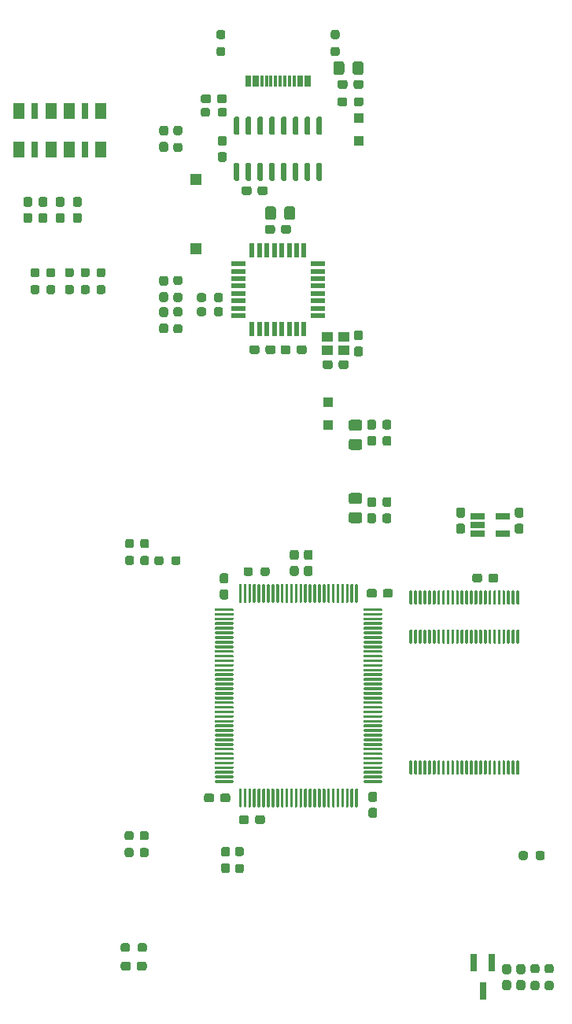
<source format=gbr>
%TF.GenerationSoftware,KiCad,Pcbnew,(5.1.10)-1*%
%TF.CreationDate,2022-01-12T10:37:10-08:00*%
%TF.ProjectId,gbaHD-AIO-Shield,67626148-442d-4414-994f-2d536869656c,rev?*%
%TF.SameCoordinates,Original*%
%TF.FileFunction,Paste,Top*%
%TF.FilePolarity,Positive*%
%FSLAX46Y46*%
G04 Gerber Fmt 4.6, Leading zero omitted, Abs format (unit mm)*
G04 Created by KiCad (PCBNEW (5.1.10)-1) date 2022-01-12 10:37:10*
%MOMM*%
%LPD*%
G01*
G04 APERTURE LIST*
%ADD10R,1.150000X1.000000*%
%ADD11R,0.800000X1.900000*%
%ADD12R,1.560000X0.650000*%
%ADD13R,1.200000X1.800000*%
%ADD14R,0.800000X1.800000*%
%ADD15R,1.600000X0.550000*%
%ADD16R,0.550000X1.600000*%
%ADD17R,1.200000X1.200000*%
%ADD18R,0.300000X1.150000*%
%ADD19R,1.000000X1.000000*%
G04 APERTURE END LIST*
D10*
%TO.C,Y1*%
X33075000Y-118713810D03*
X34825000Y-118713810D03*
X34825000Y-120113810D03*
X33075000Y-120113810D03*
%TD*%
%TO.C,U5*%
G36*
G01*
X23455000Y-96988810D02*
X23155000Y-96988810D01*
G75*
G02*
X23005000Y-96838810I0J150000D01*
G01*
X23005000Y-95188810D01*
G75*
G02*
X23155000Y-95038810I150000J0D01*
G01*
X23455000Y-95038810D01*
G75*
G02*
X23605000Y-95188810I0J-150000D01*
G01*
X23605000Y-96838810D01*
G75*
G02*
X23455000Y-96988810I-150000J0D01*
G01*
G37*
G36*
G01*
X24725000Y-96988810D02*
X24425000Y-96988810D01*
G75*
G02*
X24275000Y-96838810I0J150000D01*
G01*
X24275000Y-95188810D01*
G75*
G02*
X24425000Y-95038810I150000J0D01*
G01*
X24725000Y-95038810D01*
G75*
G02*
X24875000Y-95188810I0J-150000D01*
G01*
X24875000Y-96838810D01*
G75*
G02*
X24725000Y-96988810I-150000J0D01*
G01*
G37*
G36*
G01*
X25995000Y-96988810D02*
X25695000Y-96988810D01*
G75*
G02*
X25545000Y-96838810I0J150000D01*
G01*
X25545000Y-95188810D01*
G75*
G02*
X25695000Y-95038810I150000J0D01*
G01*
X25995000Y-95038810D01*
G75*
G02*
X26145000Y-95188810I0J-150000D01*
G01*
X26145000Y-96838810D01*
G75*
G02*
X25995000Y-96988810I-150000J0D01*
G01*
G37*
G36*
G01*
X27265000Y-96988810D02*
X26965000Y-96988810D01*
G75*
G02*
X26815000Y-96838810I0J150000D01*
G01*
X26815000Y-95188810D01*
G75*
G02*
X26965000Y-95038810I150000J0D01*
G01*
X27265000Y-95038810D01*
G75*
G02*
X27415000Y-95188810I0J-150000D01*
G01*
X27415000Y-96838810D01*
G75*
G02*
X27265000Y-96988810I-150000J0D01*
G01*
G37*
G36*
G01*
X28535000Y-96988810D02*
X28235000Y-96988810D01*
G75*
G02*
X28085000Y-96838810I0J150000D01*
G01*
X28085000Y-95188810D01*
G75*
G02*
X28235000Y-95038810I150000J0D01*
G01*
X28535000Y-95038810D01*
G75*
G02*
X28685000Y-95188810I0J-150000D01*
G01*
X28685000Y-96838810D01*
G75*
G02*
X28535000Y-96988810I-150000J0D01*
G01*
G37*
G36*
G01*
X29805000Y-96988810D02*
X29505000Y-96988810D01*
G75*
G02*
X29355000Y-96838810I0J150000D01*
G01*
X29355000Y-95188810D01*
G75*
G02*
X29505000Y-95038810I150000J0D01*
G01*
X29805000Y-95038810D01*
G75*
G02*
X29955000Y-95188810I0J-150000D01*
G01*
X29955000Y-96838810D01*
G75*
G02*
X29805000Y-96988810I-150000J0D01*
G01*
G37*
G36*
G01*
X31075000Y-96988810D02*
X30775000Y-96988810D01*
G75*
G02*
X30625000Y-96838810I0J150000D01*
G01*
X30625000Y-95188810D01*
G75*
G02*
X30775000Y-95038810I150000J0D01*
G01*
X31075000Y-95038810D01*
G75*
G02*
X31225000Y-95188810I0J-150000D01*
G01*
X31225000Y-96838810D01*
G75*
G02*
X31075000Y-96988810I-150000J0D01*
G01*
G37*
G36*
G01*
X32345000Y-96988810D02*
X32045000Y-96988810D01*
G75*
G02*
X31895000Y-96838810I0J150000D01*
G01*
X31895000Y-95188810D01*
G75*
G02*
X32045000Y-95038810I150000J0D01*
G01*
X32345000Y-95038810D01*
G75*
G02*
X32495000Y-95188810I0J-150000D01*
G01*
X32495000Y-96838810D01*
G75*
G02*
X32345000Y-96988810I-150000J0D01*
G01*
G37*
G36*
G01*
X32345000Y-101938810D02*
X32045000Y-101938810D01*
G75*
G02*
X31895000Y-101788810I0J150000D01*
G01*
X31895000Y-100138810D01*
G75*
G02*
X32045000Y-99988810I150000J0D01*
G01*
X32345000Y-99988810D01*
G75*
G02*
X32495000Y-100138810I0J-150000D01*
G01*
X32495000Y-101788810D01*
G75*
G02*
X32345000Y-101938810I-150000J0D01*
G01*
G37*
G36*
G01*
X31075000Y-101938810D02*
X30775000Y-101938810D01*
G75*
G02*
X30625000Y-101788810I0J150000D01*
G01*
X30625000Y-100138810D01*
G75*
G02*
X30775000Y-99988810I150000J0D01*
G01*
X31075000Y-99988810D01*
G75*
G02*
X31225000Y-100138810I0J-150000D01*
G01*
X31225000Y-101788810D01*
G75*
G02*
X31075000Y-101938810I-150000J0D01*
G01*
G37*
G36*
G01*
X29805000Y-101938810D02*
X29505000Y-101938810D01*
G75*
G02*
X29355000Y-101788810I0J150000D01*
G01*
X29355000Y-100138810D01*
G75*
G02*
X29505000Y-99988810I150000J0D01*
G01*
X29805000Y-99988810D01*
G75*
G02*
X29955000Y-100138810I0J-150000D01*
G01*
X29955000Y-101788810D01*
G75*
G02*
X29805000Y-101938810I-150000J0D01*
G01*
G37*
G36*
G01*
X28535000Y-101938810D02*
X28235000Y-101938810D01*
G75*
G02*
X28085000Y-101788810I0J150000D01*
G01*
X28085000Y-100138810D01*
G75*
G02*
X28235000Y-99988810I150000J0D01*
G01*
X28535000Y-99988810D01*
G75*
G02*
X28685000Y-100138810I0J-150000D01*
G01*
X28685000Y-101788810D01*
G75*
G02*
X28535000Y-101938810I-150000J0D01*
G01*
G37*
G36*
G01*
X27265000Y-101938810D02*
X26965000Y-101938810D01*
G75*
G02*
X26815000Y-101788810I0J150000D01*
G01*
X26815000Y-100138810D01*
G75*
G02*
X26965000Y-99988810I150000J0D01*
G01*
X27265000Y-99988810D01*
G75*
G02*
X27415000Y-100138810I0J-150000D01*
G01*
X27415000Y-101788810D01*
G75*
G02*
X27265000Y-101938810I-150000J0D01*
G01*
G37*
G36*
G01*
X25995000Y-101938810D02*
X25695000Y-101938810D01*
G75*
G02*
X25545000Y-101788810I0J150000D01*
G01*
X25545000Y-100138810D01*
G75*
G02*
X25695000Y-99988810I150000J0D01*
G01*
X25995000Y-99988810D01*
G75*
G02*
X26145000Y-100138810I0J-150000D01*
G01*
X26145000Y-101788810D01*
G75*
G02*
X25995000Y-101938810I-150000J0D01*
G01*
G37*
G36*
G01*
X24725000Y-101938810D02*
X24425000Y-101938810D01*
G75*
G02*
X24275000Y-101788810I0J150000D01*
G01*
X24275000Y-100138810D01*
G75*
G02*
X24425000Y-99988810I150000J0D01*
G01*
X24725000Y-99988810D01*
G75*
G02*
X24875000Y-100138810I0J-150000D01*
G01*
X24875000Y-101788810D01*
G75*
G02*
X24725000Y-101938810I-150000J0D01*
G01*
G37*
G36*
G01*
X23455000Y-101938810D02*
X23155000Y-101938810D01*
G75*
G02*
X23005000Y-101788810I0J150000D01*
G01*
X23005000Y-100138810D01*
G75*
G02*
X23155000Y-99988810I150000J0D01*
G01*
X23455000Y-99988810D01*
G75*
G02*
X23605000Y-100138810I0J-150000D01*
G01*
X23605000Y-101788810D01*
G75*
G02*
X23455000Y-101938810I-150000J0D01*
G01*
G37*
%TD*%
%TO.C,C29*%
G36*
G01*
X54111500Y-187250310D02*
X53636500Y-187250310D01*
G75*
G02*
X53399000Y-187012810I0J237500D01*
G01*
X53399000Y-186412810D01*
G75*
G02*
X53636500Y-186175310I237500J0D01*
G01*
X54111500Y-186175310D01*
G75*
G02*
X54349000Y-186412810I0J-237500D01*
G01*
X54349000Y-187012810D01*
G75*
G02*
X54111500Y-187250310I-237500J0D01*
G01*
G37*
G36*
G01*
X54111500Y-188975310D02*
X53636500Y-188975310D01*
G75*
G02*
X53399000Y-188737810I0J237500D01*
G01*
X53399000Y-188137810D01*
G75*
G02*
X53636500Y-187900310I237500J0D01*
G01*
X54111500Y-187900310D01*
G75*
G02*
X54349000Y-188137810I0J-237500D01*
G01*
X54349000Y-188737810D01*
G75*
G02*
X54111500Y-188975310I-237500J0D01*
G01*
G37*
%TD*%
%TO.C,R21*%
G36*
G01*
X57159500Y-187150310D02*
X56684500Y-187150310D01*
G75*
G02*
X56447000Y-186912810I0J237500D01*
G01*
X56447000Y-186412810D01*
G75*
G02*
X56684500Y-186175310I237500J0D01*
G01*
X57159500Y-186175310D01*
G75*
G02*
X57397000Y-186412810I0J-237500D01*
G01*
X57397000Y-186912810D01*
G75*
G02*
X57159500Y-187150310I-237500J0D01*
G01*
G37*
G36*
G01*
X57159500Y-188975310D02*
X56684500Y-188975310D01*
G75*
G02*
X56447000Y-188737810I0J237500D01*
G01*
X56447000Y-188237810D01*
G75*
G02*
X56684500Y-188000310I237500J0D01*
G01*
X57159500Y-188000310D01*
G75*
G02*
X57397000Y-188237810I0J-237500D01*
G01*
X57397000Y-188737810D01*
G75*
G02*
X57159500Y-188975310I-237500J0D01*
G01*
G37*
%TD*%
%TO.C,R20*%
G36*
G01*
X55160499Y-188000310D02*
X55635499Y-188000310D01*
G75*
G02*
X55872999Y-188237810I0J-237500D01*
G01*
X55872999Y-188737810D01*
G75*
G02*
X55635499Y-188975310I-237500J0D01*
G01*
X55160499Y-188975310D01*
G75*
G02*
X54922999Y-188737810I0J237500D01*
G01*
X54922999Y-188237810D01*
G75*
G02*
X55160499Y-188000310I237500J0D01*
G01*
G37*
G36*
G01*
X55160499Y-186175310D02*
X55635499Y-186175310D01*
G75*
G02*
X55872999Y-186412810I0J-237500D01*
G01*
X55872999Y-186912810D01*
G75*
G02*
X55635499Y-187150310I-237500J0D01*
G01*
X55160499Y-187150310D01*
G75*
G02*
X54922999Y-186912810I0J237500D01*
G01*
X54922999Y-186412810D01*
G75*
G02*
X55160499Y-186175310I237500J0D01*
G01*
G37*
%TD*%
%TO.C,C28*%
G36*
G01*
X52587500Y-187250310D02*
X52112500Y-187250310D01*
G75*
G02*
X51875000Y-187012810I0J237500D01*
G01*
X51875000Y-186412810D01*
G75*
G02*
X52112500Y-186175310I237500J0D01*
G01*
X52587500Y-186175310D01*
G75*
G02*
X52825000Y-186412810I0J-237500D01*
G01*
X52825000Y-187012810D01*
G75*
G02*
X52587500Y-187250310I-237500J0D01*
G01*
G37*
G36*
G01*
X52587500Y-188975310D02*
X52112500Y-188975310D01*
G75*
G02*
X51875000Y-188737810I0J237500D01*
G01*
X51875000Y-188137810D01*
G75*
G02*
X52112500Y-187900310I237500J0D01*
G01*
X52587500Y-187900310D01*
G75*
G02*
X52825000Y-188137810I0J-237500D01*
G01*
X52825000Y-188737810D01*
G75*
G02*
X52587500Y-188975310I-237500J0D01*
G01*
G37*
%TD*%
D11*
%TO.C,Q1*%
X50735000Y-186048810D03*
X48835000Y-186048810D03*
X49785000Y-189048810D03*
%TD*%
D12*
%TO.C,U3*%
X51900000Y-137998810D03*
X51900000Y-139898810D03*
X49200000Y-139898810D03*
X49200000Y-138948810D03*
X49200000Y-137998810D03*
%TD*%
D13*
%TO.C,EM2*%
X5300000Y-94423810D03*
D14*
X7000000Y-94423810D03*
D13*
X8700000Y-94423810D03*
X8700000Y-98523810D03*
D14*
X7000000Y-98523810D03*
D13*
X5300000Y-98523810D03*
%TD*%
D15*
%TO.C,U4*%
X23500000Y-116438810D03*
X23500000Y-115638810D03*
X23500000Y-114838810D03*
X23500000Y-114038810D03*
X23500000Y-113238810D03*
X23500000Y-112438810D03*
X23500000Y-111638810D03*
X23500000Y-110838810D03*
D16*
X24950000Y-109388810D03*
X25750000Y-109388810D03*
X26550000Y-109388810D03*
X27350000Y-109388810D03*
X28150000Y-109388810D03*
X28950000Y-109388810D03*
X29750000Y-109388810D03*
X30550000Y-109388810D03*
D15*
X32000000Y-110838810D03*
X32000000Y-111638810D03*
X32000000Y-112438810D03*
X32000000Y-113238810D03*
X32000000Y-114038810D03*
X32000000Y-114838810D03*
X32000000Y-115638810D03*
X32000000Y-116438810D03*
D16*
X30550000Y-117888810D03*
X29750000Y-117888810D03*
X28950000Y-117888810D03*
X28150000Y-117888810D03*
X27350000Y-117888810D03*
X26550000Y-117888810D03*
X25750000Y-117888810D03*
X24950000Y-117888810D03*
%TD*%
%TO.C,U2*%
G36*
G01*
X47625000Y-151698810D02*
X47475000Y-151698810D01*
G75*
G02*
X47400000Y-151623810I0J75000D01*
G01*
X47400000Y-150273810D01*
G75*
G02*
X47475000Y-150198810I75000J0D01*
G01*
X47625000Y-150198810D01*
G75*
G02*
X47700000Y-150273810I0J-75000D01*
G01*
X47700000Y-151623810D01*
G75*
G02*
X47625000Y-151698810I-75000J0D01*
G01*
G37*
G36*
G01*
X51125000Y-151698810D02*
X50975000Y-151698810D01*
G75*
G02*
X50900000Y-151623810I0J75000D01*
G01*
X50900000Y-150273810D01*
G75*
G02*
X50975000Y-150198810I75000J0D01*
G01*
X51125000Y-150198810D01*
G75*
G02*
X51200000Y-150273810I0J-75000D01*
G01*
X51200000Y-151623810D01*
G75*
G02*
X51125000Y-151698810I-75000J0D01*
G01*
G37*
G36*
G01*
X52125000Y-151698810D02*
X51975000Y-151698810D01*
G75*
G02*
X51900000Y-151623810I0J75000D01*
G01*
X51900000Y-150273810D01*
G75*
G02*
X51975000Y-150198810I75000J0D01*
G01*
X52125000Y-150198810D01*
G75*
G02*
X52200000Y-150273810I0J-75000D01*
G01*
X52200000Y-151623810D01*
G75*
G02*
X52125000Y-151698810I-75000J0D01*
G01*
G37*
G36*
G01*
X48125000Y-151698810D02*
X47975000Y-151698810D01*
G75*
G02*
X47900000Y-151623810I0J75000D01*
G01*
X47900000Y-150273810D01*
G75*
G02*
X47975000Y-150198810I75000J0D01*
G01*
X48125000Y-150198810D01*
G75*
G02*
X48200000Y-150273810I0J-75000D01*
G01*
X48200000Y-151623810D01*
G75*
G02*
X48125000Y-151698810I-75000J0D01*
G01*
G37*
G36*
G01*
X44125000Y-151698810D02*
X43975000Y-151698810D01*
G75*
G02*
X43900000Y-151623810I0J75000D01*
G01*
X43900000Y-150273810D01*
G75*
G02*
X43975000Y-150198810I75000J0D01*
G01*
X44125000Y-150198810D01*
G75*
G02*
X44200000Y-150273810I0J-75000D01*
G01*
X44200000Y-151623810D01*
G75*
G02*
X44125000Y-151698810I-75000J0D01*
G01*
G37*
G36*
G01*
X48625000Y-151698810D02*
X48475000Y-151698810D01*
G75*
G02*
X48400000Y-151623810I0J75000D01*
G01*
X48400000Y-150273810D01*
G75*
G02*
X48475000Y-150198810I75000J0D01*
G01*
X48625000Y-150198810D01*
G75*
G02*
X48700000Y-150273810I0J-75000D01*
G01*
X48700000Y-151623810D01*
G75*
G02*
X48625000Y-151698810I-75000J0D01*
G01*
G37*
G36*
G01*
X50625000Y-151698810D02*
X50475000Y-151698810D01*
G75*
G02*
X50400000Y-151623810I0J75000D01*
G01*
X50400000Y-150273810D01*
G75*
G02*
X50475000Y-150198810I75000J0D01*
G01*
X50625000Y-150198810D01*
G75*
G02*
X50700000Y-150273810I0J-75000D01*
G01*
X50700000Y-151623810D01*
G75*
G02*
X50625000Y-151698810I-75000J0D01*
G01*
G37*
G36*
G01*
X47125000Y-151698810D02*
X46975000Y-151698810D01*
G75*
G02*
X46900000Y-151623810I0J75000D01*
G01*
X46900000Y-150273810D01*
G75*
G02*
X46975000Y-150198810I75000J0D01*
G01*
X47125000Y-150198810D01*
G75*
G02*
X47200000Y-150273810I0J-75000D01*
G01*
X47200000Y-151623810D01*
G75*
G02*
X47125000Y-151698810I-75000J0D01*
G01*
G37*
G36*
G01*
X46125000Y-151698810D02*
X45975000Y-151698810D01*
G75*
G02*
X45900000Y-151623810I0J75000D01*
G01*
X45900000Y-150273810D01*
G75*
G02*
X45975000Y-150198810I75000J0D01*
G01*
X46125000Y-150198810D01*
G75*
G02*
X46200000Y-150273810I0J-75000D01*
G01*
X46200000Y-151623810D01*
G75*
G02*
X46125000Y-151698810I-75000J0D01*
G01*
G37*
G36*
G01*
X43125000Y-151698810D02*
X42975000Y-151698810D01*
G75*
G02*
X42900000Y-151623810I0J75000D01*
G01*
X42900000Y-150273810D01*
G75*
G02*
X42975000Y-150198810I75000J0D01*
G01*
X43125000Y-150198810D01*
G75*
G02*
X43200000Y-150273810I0J-75000D01*
G01*
X43200000Y-151623810D01*
G75*
G02*
X43125000Y-151698810I-75000J0D01*
G01*
G37*
G36*
G01*
X42125000Y-151698810D02*
X41975000Y-151698810D01*
G75*
G02*
X41900000Y-151623810I0J75000D01*
G01*
X41900000Y-150273810D01*
G75*
G02*
X41975000Y-150198810I75000J0D01*
G01*
X42125000Y-150198810D01*
G75*
G02*
X42200000Y-150273810I0J-75000D01*
G01*
X42200000Y-151623810D01*
G75*
G02*
X42125000Y-151698810I-75000J0D01*
G01*
G37*
G36*
G01*
X52625000Y-151698810D02*
X52475000Y-151698810D01*
G75*
G02*
X52400000Y-151623810I0J75000D01*
G01*
X52400000Y-150273810D01*
G75*
G02*
X52475000Y-150198810I75000J0D01*
G01*
X52625000Y-150198810D01*
G75*
G02*
X52700000Y-150273810I0J-75000D01*
G01*
X52700000Y-151623810D01*
G75*
G02*
X52625000Y-151698810I-75000J0D01*
G01*
G37*
G36*
G01*
X51625000Y-151698810D02*
X51475000Y-151698810D01*
G75*
G02*
X51400000Y-151623810I0J75000D01*
G01*
X51400000Y-150273810D01*
G75*
G02*
X51475000Y-150198810I75000J0D01*
G01*
X51625000Y-150198810D01*
G75*
G02*
X51700000Y-150273810I0J-75000D01*
G01*
X51700000Y-151623810D01*
G75*
G02*
X51625000Y-151698810I-75000J0D01*
G01*
G37*
G36*
G01*
X50125000Y-151698810D02*
X49975000Y-151698810D01*
G75*
G02*
X49900000Y-151623810I0J75000D01*
G01*
X49900000Y-150273810D01*
G75*
G02*
X49975000Y-150198810I75000J0D01*
G01*
X50125000Y-150198810D01*
G75*
G02*
X50200000Y-150273810I0J-75000D01*
G01*
X50200000Y-151623810D01*
G75*
G02*
X50125000Y-151698810I-75000J0D01*
G01*
G37*
G36*
G01*
X49125000Y-151698810D02*
X48975000Y-151698810D01*
G75*
G02*
X48900000Y-151623810I0J75000D01*
G01*
X48900000Y-150273810D01*
G75*
G02*
X48975000Y-150198810I75000J0D01*
G01*
X49125000Y-150198810D01*
G75*
G02*
X49200000Y-150273810I0J-75000D01*
G01*
X49200000Y-151623810D01*
G75*
G02*
X49125000Y-151698810I-75000J0D01*
G01*
G37*
G36*
G01*
X45125000Y-151698810D02*
X44975000Y-151698810D01*
G75*
G02*
X44900000Y-151623810I0J75000D01*
G01*
X44900000Y-150273810D01*
G75*
G02*
X44975000Y-150198810I75000J0D01*
G01*
X45125000Y-150198810D01*
G75*
G02*
X45200000Y-150273810I0J-75000D01*
G01*
X45200000Y-151623810D01*
G75*
G02*
X45125000Y-151698810I-75000J0D01*
G01*
G37*
G36*
G01*
X49625000Y-151698810D02*
X49475000Y-151698810D01*
G75*
G02*
X49400000Y-151623810I0J75000D01*
G01*
X49400000Y-150273810D01*
G75*
G02*
X49475000Y-150198810I75000J0D01*
G01*
X49625000Y-150198810D01*
G75*
G02*
X49700000Y-150273810I0J-75000D01*
G01*
X49700000Y-151623810D01*
G75*
G02*
X49625000Y-151698810I-75000J0D01*
G01*
G37*
G36*
G01*
X53125000Y-151698810D02*
X52975000Y-151698810D01*
G75*
G02*
X52900000Y-151623810I0J75000D01*
G01*
X52900000Y-150273810D01*
G75*
G02*
X52975000Y-150198810I75000J0D01*
G01*
X53125000Y-150198810D01*
G75*
G02*
X53200000Y-150273810I0J-75000D01*
G01*
X53200000Y-151623810D01*
G75*
G02*
X53125000Y-151698810I-75000J0D01*
G01*
G37*
G36*
G01*
X46625000Y-151698810D02*
X46475000Y-151698810D01*
G75*
G02*
X46400000Y-151623810I0J75000D01*
G01*
X46400000Y-150273810D01*
G75*
G02*
X46475000Y-150198810I75000J0D01*
G01*
X46625000Y-150198810D01*
G75*
G02*
X46700000Y-150273810I0J-75000D01*
G01*
X46700000Y-151623810D01*
G75*
G02*
X46625000Y-151698810I-75000J0D01*
G01*
G37*
G36*
G01*
X45625000Y-151698810D02*
X45475000Y-151698810D01*
G75*
G02*
X45400000Y-151623810I0J75000D01*
G01*
X45400000Y-150273810D01*
G75*
G02*
X45475000Y-150198810I75000J0D01*
G01*
X45625000Y-150198810D01*
G75*
G02*
X45700000Y-150273810I0J-75000D01*
G01*
X45700000Y-151623810D01*
G75*
G02*
X45625000Y-151698810I-75000J0D01*
G01*
G37*
G36*
G01*
X42625000Y-151698810D02*
X42475000Y-151698810D01*
G75*
G02*
X42400000Y-151623810I0J75000D01*
G01*
X42400000Y-150273810D01*
G75*
G02*
X42475000Y-150198810I75000J0D01*
G01*
X42625000Y-150198810D01*
G75*
G02*
X42700000Y-150273810I0J-75000D01*
G01*
X42700000Y-151623810D01*
G75*
G02*
X42625000Y-151698810I-75000J0D01*
G01*
G37*
G36*
G01*
X44625000Y-151698810D02*
X44475000Y-151698810D01*
G75*
G02*
X44400000Y-151623810I0J75000D01*
G01*
X44400000Y-150273810D01*
G75*
G02*
X44475000Y-150198810I75000J0D01*
G01*
X44625000Y-150198810D01*
G75*
G02*
X44700000Y-150273810I0J-75000D01*
G01*
X44700000Y-151623810D01*
G75*
G02*
X44625000Y-151698810I-75000J0D01*
G01*
G37*
G36*
G01*
X53625000Y-151698810D02*
X53475000Y-151698810D01*
G75*
G02*
X53400000Y-151623810I0J75000D01*
G01*
X53400000Y-150273810D01*
G75*
G02*
X53475000Y-150198810I75000J0D01*
G01*
X53625000Y-150198810D01*
G75*
G02*
X53700000Y-150273810I0J-75000D01*
G01*
X53700000Y-151623810D01*
G75*
G02*
X53625000Y-151698810I-75000J0D01*
G01*
G37*
G36*
G01*
X43625000Y-151698810D02*
X43475000Y-151698810D01*
G75*
G02*
X43400000Y-151623810I0J75000D01*
G01*
X43400000Y-150273810D01*
G75*
G02*
X43475000Y-150198810I75000J0D01*
G01*
X43625000Y-150198810D01*
G75*
G02*
X43700000Y-150273810I0J-75000D01*
G01*
X43700000Y-151623810D01*
G75*
G02*
X43625000Y-151698810I-75000J0D01*
G01*
G37*
G36*
G01*
X46625000Y-147498810D02*
X46475000Y-147498810D01*
G75*
G02*
X46400000Y-147423810I0J75000D01*
G01*
X46400000Y-146073810D01*
G75*
G02*
X46475000Y-145998810I75000J0D01*
G01*
X46625000Y-145998810D01*
G75*
G02*
X46700000Y-146073810I0J-75000D01*
G01*
X46700000Y-147423810D01*
G75*
G02*
X46625000Y-147498810I-75000J0D01*
G01*
G37*
G36*
G01*
X53125000Y-147498810D02*
X52975000Y-147498810D01*
G75*
G02*
X52900000Y-147423810I0J75000D01*
G01*
X52900000Y-146073810D01*
G75*
G02*
X52975000Y-145998810I75000J0D01*
G01*
X53125000Y-145998810D01*
G75*
G02*
X53200000Y-146073810I0J-75000D01*
G01*
X53200000Y-147423810D01*
G75*
G02*
X53125000Y-147498810I-75000J0D01*
G01*
G37*
G36*
G01*
X50125000Y-165798810D02*
X49975000Y-165798810D01*
G75*
G02*
X49900000Y-165723810I0J75000D01*
G01*
X49900000Y-164373810D01*
G75*
G02*
X49975000Y-164298810I75000J0D01*
G01*
X50125000Y-164298810D01*
G75*
G02*
X50200000Y-164373810I0J-75000D01*
G01*
X50200000Y-165723810D01*
G75*
G02*
X50125000Y-165798810I-75000J0D01*
G01*
G37*
G36*
G01*
X53625000Y-147498810D02*
X53475000Y-147498810D01*
G75*
G02*
X53400000Y-147423810I0J75000D01*
G01*
X53400000Y-146073810D01*
G75*
G02*
X53475000Y-145998810I75000J0D01*
G01*
X53625000Y-145998810D01*
G75*
G02*
X53700000Y-146073810I0J-75000D01*
G01*
X53700000Y-147423810D01*
G75*
G02*
X53625000Y-147498810I-75000J0D01*
G01*
G37*
G36*
G01*
X47125000Y-165798810D02*
X46975000Y-165798810D01*
G75*
G02*
X46900000Y-165723810I0J75000D01*
G01*
X46900000Y-164373810D01*
G75*
G02*
X46975000Y-164298810I75000J0D01*
G01*
X47125000Y-164298810D01*
G75*
G02*
X47200000Y-164373810I0J-75000D01*
G01*
X47200000Y-165723810D01*
G75*
G02*
X47125000Y-165798810I-75000J0D01*
G01*
G37*
G36*
G01*
X45125000Y-165798810D02*
X44975000Y-165798810D01*
G75*
G02*
X44900000Y-165723810I0J75000D01*
G01*
X44900000Y-164373810D01*
G75*
G02*
X44975000Y-164298810I75000J0D01*
G01*
X45125000Y-164298810D01*
G75*
G02*
X45200000Y-164373810I0J-75000D01*
G01*
X45200000Y-165723810D01*
G75*
G02*
X45125000Y-165798810I-75000J0D01*
G01*
G37*
G36*
G01*
X44625000Y-165798810D02*
X44475000Y-165798810D01*
G75*
G02*
X44400000Y-165723810I0J75000D01*
G01*
X44400000Y-164373810D01*
G75*
G02*
X44475000Y-164298810I75000J0D01*
G01*
X44625000Y-164298810D01*
G75*
G02*
X44700000Y-164373810I0J-75000D01*
G01*
X44700000Y-165723810D01*
G75*
G02*
X44625000Y-165798810I-75000J0D01*
G01*
G37*
G36*
G01*
X42625000Y-147498810D02*
X42475000Y-147498810D01*
G75*
G02*
X42400000Y-147423810I0J75000D01*
G01*
X42400000Y-146073810D01*
G75*
G02*
X42475000Y-145998810I75000J0D01*
G01*
X42625000Y-145998810D01*
G75*
G02*
X42700000Y-146073810I0J-75000D01*
G01*
X42700000Y-147423810D01*
G75*
G02*
X42625000Y-147498810I-75000J0D01*
G01*
G37*
G36*
G01*
X43625000Y-147498810D02*
X43475000Y-147498810D01*
G75*
G02*
X43400000Y-147423810I0J75000D01*
G01*
X43400000Y-146073810D01*
G75*
G02*
X43475000Y-145998810I75000J0D01*
G01*
X43625000Y-145998810D01*
G75*
G02*
X43700000Y-146073810I0J-75000D01*
G01*
X43700000Y-147423810D01*
G75*
G02*
X43625000Y-147498810I-75000J0D01*
G01*
G37*
G36*
G01*
X44625000Y-147498810D02*
X44475000Y-147498810D01*
G75*
G02*
X44400000Y-147423810I0J75000D01*
G01*
X44400000Y-146073810D01*
G75*
G02*
X44475000Y-145998810I75000J0D01*
G01*
X44625000Y-145998810D01*
G75*
G02*
X44700000Y-146073810I0J-75000D01*
G01*
X44700000Y-147423810D01*
G75*
G02*
X44625000Y-147498810I-75000J0D01*
G01*
G37*
G36*
G01*
X45625000Y-147498810D02*
X45475000Y-147498810D01*
G75*
G02*
X45400000Y-147423810I0J75000D01*
G01*
X45400000Y-146073810D01*
G75*
G02*
X45475000Y-145998810I75000J0D01*
G01*
X45625000Y-145998810D01*
G75*
G02*
X45700000Y-146073810I0J-75000D01*
G01*
X45700000Y-147423810D01*
G75*
G02*
X45625000Y-147498810I-75000J0D01*
G01*
G37*
G36*
G01*
X49625000Y-147498810D02*
X49475000Y-147498810D01*
G75*
G02*
X49400000Y-147423810I0J75000D01*
G01*
X49400000Y-146073810D01*
G75*
G02*
X49475000Y-145998810I75000J0D01*
G01*
X49625000Y-145998810D01*
G75*
G02*
X49700000Y-146073810I0J-75000D01*
G01*
X49700000Y-147423810D01*
G75*
G02*
X49625000Y-147498810I-75000J0D01*
G01*
G37*
G36*
G01*
X42625000Y-165798810D02*
X42475000Y-165798810D01*
G75*
G02*
X42400000Y-165723810I0J75000D01*
G01*
X42400000Y-164373810D01*
G75*
G02*
X42475000Y-164298810I75000J0D01*
G01*
X42625000Y-164298810D01*
G75*
G02*
X42700000Y-164373810I0J-75000D01*
G01*
X42700000Y-165723810D01*
G75*
G02*
X42625000Y-165798810I-75000J0D01*
G01*
G37*
G36*
G01*
X45125000Y-147498810D02*
X44975000Y-147498810D01*
G75*
G02*
X44900000Y-147423810I0J75000D01*
G01*
X44900000Y-146073810D01*
G75*
G02*
X44975000Y-145998810I75000J0D01*
G01*
X45125000Y-145998810D01*
G75*
G02*
X45200000Y-146073810I0J-75000D01*
G01*
X45200000Y-147423810D01*
G75*
G02*
X45125000Y-147498810I-75000J0D01*
G01*
G37*
G36*
G01*
X52125000Y-165798810D02*
X51975000Y-165798810D01*
G75*
G02*
X51900000Y-165723810I0J75000D01*
G01*
X51900000Y-164373810D01*
G75*
G02*
X51975000Y-164298810I75000J0D01*
G01*
X52125000Y-164298810D01*
G75*
G02*
X52200000Y-164373810I0J-75000D01*
G01*
X52200000Y-165723810D01*
G75*
G02*
X52125000Y-165798810I-75000J0D01*
G01*
G37*
G36*
G01*
X52625000Y-165798810D02*
X52475000Y-165798810D01*
G75*
G02*
X52400000Y-165723810I0J75000D01*
G01*
X52400000Y-164373810D01*
G75*
G02*
X52475000Y-164298810I75000J0D01*
G01*
X52625000Y-164298810D01*
G75*
G02*
X52700000Y-164373810I0J-75000D01*
G01*
X52700000Y-165723810D01*
G75*
G02*
X52625000Y-165798810I-75000J0D01*
G01*
G37*
G36*
G01*
X50125000Y-147498810D02*
X49975000Y-147498810D01*
G75*
G02*
X49900000Y-147423810I0J75000D01*
G01*
X49900000Y-146073810D01*
G75*
G02*
X49975000Y-145998810I75000J0D01*
G01*
X50125000Y-145998810D01*
G75*
G02*
X50200000Y-146073810I0J-75000D01*
G01*
X50200000Y-147423810D01*
G75*
G02*
X50125000Y-147498810I-75000J0D01*
G01*
G37*
G36*
G01*
X51625000Y-147498810D02*
X51475000Y-147498810D01*
G75*
G02*
X51400000Y-147423810I0J75000D01*
G01*
X51400000Y-146073810D01*
G75*
G02*
X51475000Y-145998810I75000J0D01*
G01*
X51625000Y-145998810D01*
G75*
G02*
X51700000Y-146073810I0J-75000D01*
G01*
X51700000Y-147423810D01*
G75*
G02*
X51625000Y-147498810I-75000J0D01*
G01*
G37*
G36*
G01*
X52625000Y-147498810D02*
X52475000Y-147498810D01*
G75*
G02*
X52400000Y-147423810I0J75000D01*
G01*
X52400000Y-146073810D01*
G75*
G02*
X52475000Y-145998810I75000J0D01*
G01*
X52625000Y-145998810D01*
G75*
G02*
X52700000Y-146073810I0J-75000D01*
G01*
X52700000Y-147423810D01*
G75*
G02*
X52625000Y-147498810I-75000J0D01*
G01*
G37*
G36*
G01*
X46625000Y-165798810D02*
X46475000Y-165798810D01*
G75*
G02*
X46400000Y-165723810I0J75000D01*
G01*
X46400000Y-164373810D01*
G75*
G02*
X46475000Y-164298810I75000J0D01*
G01*
X46625000Y-164298810D01*
G75*
G02*
X46700000Y-164373810I0J-75000D01*
G01*
X46700000Y-165723810D01*
G75*
G02*
X46625000Y-165798810I-75000J0D01*
G01*
G37*
G36*
G01*
X53125000Y-165798810D02*
X52975000Y-165798810D01*
G75*
G02*
X52900000Y-165723810I0J75000D01*
G01*
X52900000Y-164373810D01*
G75*
G02*
X52975000Y-164298810I75000J0D01*
G01*
X53125000Y-164298810D01*
G75*
G02*
X53200000Y-164373810I0J-75000D01*
G01*
X53200000Y-165723810D01*
G75*
G02*
X53125000Y-165798810I-75000J0D01*
G01*
G37*
G36*
G01*
X47625000Y-165798810D02*
X47475000Y-165798810D01*
G75*
G02*
X47400000Y-165723810I0J75000D01*
G01*
X47400000Y-164373810D01*
G75*
G02*
X47475000Y-164298810I75000J0D01*
G01*
X47625000Y-164298810D01*
G75*
G02*
X47700000Y-164373810I0J-75000D01*
G01*
X47700000Y-165723810D01*
G75*
G02*
X47625000Y-165798810I-75000J0D01*
G01*
G37*
G36*
G01*
X43125000Y-165798810D02*
X42975000Y-165798810D01*
G75*
G02*
X42900000Y-165723810I0J75000D01*
G01*
X42900000Y-164373810D01*
G75*
G02*
X42975000Y-164298810I75000J0D01*
G01*
X43125000Y-164298810D01*
G75*
G02*
X43200000Y-164373810I0J-75000D01*
G01*
X43200000Y-165723810D01*
G75*
G02*
X43125000Y-165798810I-75000J0D01*
G01*
G37*
G36*
G01*
X46125000Y-165798810D02*
X45975000Y-165798810D01*
G75*
G02*
X45900000Y-165723810I0J75000D01*
G01*
X45900000Y-164373810D01*
G75*
G02*
X45975000Y-164298810I75000J0D01*
G01*
X46125000Y-164298810D01*
G75*
G02*
X46200000Y-164373810I0J-75000D01*
G01*
X46200000Y-165723810D01*
G75*
G02*
X46125000Y-165798810I-75000J0D01*
G01*
G37*
G36*
G01*
X48125000Y-147498810D02*
X47975000Y-147498810D01*
G75*
G02*
X47900000Y-147423810I0J75000D01*
G01*
X47900000Y-146073810D01*
G75*
G02*
X47975000Y-145998810I75000J0D01*
G01*
X48125000Y-145998810D01*
G75*
G02*
X48200000Y-146073810I0J-75000D01*
G01*
X48200000Y-147423810D01*
G75*
G02*
X48125000Y-147498810I-75000J0D01*
G01*
G37*
G36*
G01*
X51625000Y-165798810D02*
X51475000Y-165798810D01*
G75*
G02*
X51400000Y-165723810I0J75000D01*
G01*
X51400000Y-164373810D01*
G75*
G02*
X51475000Y-164298810I75000J0D01*
G01*
X51625000Y-164298810D01*
G75*
G02*
X51700000Y-164373810I0J-75000D01*
G01*
X51700000Y-165723810D01*
G75*
G02*
X51625000Y-165798810I-75000J0D01*
G01*
G37*
G36*
G01*
X42125000Y-147498810D02*
X41975000Y-147498810D01*
G75*
G02*
X41900000Y-147423810I0J75000D01*
G01*
X41900000Y-146073810D01*
G75*
G02*
X41975000Y-145998810I75000J0D01*
G01*
X42125000Y-145998810D01*
G75*
G02*
X42200000Y-146073810I0J-75000D01*
G01*
X42200000Y-147423810D01*
G75*
G02*
X42125000Y-147498810I-75000J0D01*
G01*
G37*
G36*
G01*
X49125000Y-165798810D02*
X48975000Y-165798810D01*
G75*
G02*
X48900000Y-165723810I0J75000D01*
G01*
X48900000Y-164373810D01*
G75*
G02*
X48975000Y-164298810I75000J0D01*
G01*
X49125000Y-164298810D01*
G75*
G02*
X49200000Y-164373810I0J-75000D01*
G01*
X49200000Y-165723810D01*
G75*
G02*
X49125000Y-165798810I-75000J0D01*
G01*
G37*
G36*
G01*
X48125000Y-165798810D02*
X47975000Y-165798810D01*
G75*
G02*
X47900000Y-165723810I0J75000D01*
G01*
X47900000Y-164373810D01*
G75*
G02*
X47975000Y-164298810I75000J0D01*
G01*
X48125000Y-164298810D01*
G75*
G02*
X48200000Y-164373810I0J-75000D01*
G01*
X48200000Y-165723810D01*
G75*
G02*
X48125000Y-165798810I-75000J0D01*
G01*
G37*
G36*
G01*
X44125000Y-165798810D02*
X43975000Y-165798810D01*
G75*
G02*
X43900000Y-165723810I0J75000D01*
G01*
X43900000Y-164373810D01*
G75*
G02*
X43975000Y-164298810I75000J0D01*
G01*
X44125000Y-164298810D01*
G75*
G02*
X44200000Y-164373810I0J-75000D01*
G01*
X44200000Y-165723810D01*
G75*
G02*
X44125000Y-165798810I-75000J0D01*
G01*
G37*
G36*
G01*
X43125000Y-147498810D02*
X42975000Y-147498810D01*
G75*
G02*
X42900000Y-147423810I0J75000D01*
G01*
X42900000Y-146073810D01*
G75*
G02*
X42975000Y-145998810I75000J0D01*
G01*
X43125000Y-145998810D01*
G75*
G02*
X43200000Y-146073810I0J-75000D01*
G01*
X43200000Y-147423810D01*
G75*
G02*
X43125000Y-147498810I-75000J0D01*
G01*
G37*
G36*
G01*
X48625000Y-147498810D02*
X48475000Y-147498810D01*
G75*
G02*
X48400000Y-147423810I0J75000D01*
G01*
X48400000Y-146073810D01*
G75*
G02*
X48475000Y-145998810I75000J0D01*
G01*
X48625000Y-145998810D01*
G75*
G02*
X48700000Y-146073810I0J-75000D01*
G01*
X48700000Y-147423810D01*
G75*
G02*
X48625000Y-147498810I-75000J0D01*
G01*
G37*
G36*
G01*
X47125000Y-147498810D02*
X46975000Y-147498810D01*
G75*
G02*
X46900000Y-147423810I0J75000D01*
G01*
X46900000Y-146073810D01*
G75*
G02*
X46975000Y-145998810I75000J0D01*
G01*
X47125000Y-145998810D01*
G75*
G02*
X47200000Y-146073810I0J-75000D01*
G01*
X47200000Y-147423810D01*
G75*
G02*
X47125000Y-147498810I-75000J0D01*
G01*
G37*
G36*
G01*
X44125000Y-147498810D02*
X43975000Y-147498810D01*
G75*
G02*
X43900000Y-147423810I0J75000D01*
G01*
X43900000Y-146073810D01*
G75*
G02*
X43975000Y-145998810I75000J0D01*
G01*
X44125000Y-145998810D01*
G75*
G02*
X44200000Y-146073810I0J-75000D01*
G01*
X44200000Y-147423810D01*
G75*
G02*
X44125000Y-147498810I-75000J0D01*
G01*
G37*
G36*
G01*
X51125000Y-147498810D02*
X50975000Y-147498810D01*
G75*
G02*
X50900000Y-147423810I0J75000D01*
G01*
X50900000Y-146073810D01*
G75*
G02*
X50975000Y-145998810I75000J0D01*
G01*
X51125000Y-145998810D01*
G75*
G02*
X51200000Y-146073810I0J-75000D01*
G01*
X51200000Y-147423810D01*
G75*
G02*
X51125000Y-147498810I-75000J0D01*
G01*
G37*
G36*
G01*
X53625000Y-165798810D02*
X53475000Y-165798810D01*
G75*
G02*
X53400000Y-165723810I0J75000D01*
G01*
X53400000Y-164373810D01*
G75*
G02*
X53475000Y-164298810I75000J0D01*
G01*
X53625000Y-164298810D01*
G75*
G02*
X53700000Y-164373810I0J-75000D01*
G01*
X53700000Y-165723810D01*
G75*
G02*
X53625000Y-165798810I-75000J0D01*
G01*
G37*
G36*
G01*
X46125000Y-147498810D02*
X45975000Y-147498810D01*
G75*
G02*
X45900000Y-147423810I0J75000D01*
G01*
X45900000Y-146073810D01*
G75*
G02*
X45975000Y-145998810I75000J0D01*
G01*
X46125000Y-145998810D01*
G75*
G02*
X46200000Y-146073810I0J-75000D01*
G01*
X46200000Y-147423810D01*
G75*
G02*
X46125000Y-147498810I-75000J0D01*
G01*
G37*
G36*
G01*
X47625000Y-147498810D02*
X47475000Y-147498810D01*
G75*
G02*
X47400000Y-147423810I0J75000D01*
G01*
X47400000Y-146073810D01*
G75*
G02*
X47475000Y-145998810I75000J0D01*
G01*
X47625000Y-145998810D01*
G75*
G02*
X47700000Y-146073810I0J-75000D01*
G01*
X47700000Y-147423810D01*
G75*
G02*
X47625000Y-147498810I-75000J0D01*
G01*
G37*
G36*
G01*
X49125000Y-147498810D02*
X48975000Y-147498810D01*
G75*
G02*
X48900000Y-147423810I0J75000D01*
G01*
X48900000Y-146073810D01*
G75*
G02*
X48975000Y-145998810I75000J0D01*
G01*
X49125000Y-145998810D01*
G75*
G02*
X49200000Y-146073810I0J-75000D01*
G01*
X49200000Y-147423810D01*
G75*
G02*
X49125000Y-147498810I-75000J0D01*
G01*
G37*
G36*
G01*
X50625000Y-147498810D02*
X50475000Y-147498810D01*
G75*
G02*
X50400000Y-147423810I0J75000D01*
G01*
X50400000Y-146073810D01*
G75*
G02*
X50475000Y-145998810I75000J0D01*
G01*
X50625000Y-145998810D01*
G75*
G02*
X50700000Y-146073810I0J-75000D01*
G01*
X50700000Y-147423810D01*
G75*
G02*
X50625000Y-147498810I-75000J0D01*
G01*
G37*
G36*
G01*
X51125000Y-165798810D02*
X50975000Y-165798810D01*
G75*
G02*
X50900000Y-165723810I0J75000D01*
G01*
X50900000Y-164373810D01*
G75*
G02*
X50975000Y-164298810I75000J0D01*
G01*
X51125000Y-164298810D01*
G75*
G02*
X51200000Y-164373810I0J-75000D01*
G01*
X51200000Y-165723810D01*
G75*
G02*
X51125000Y-165798810I-75000J0D01*
G01*
G37*
G36*
G01*
X42125000Y-165798810D02*
X41975000Y-165798810D01*
G75*
G02*
X41900000Y-165723810I0J75000D01*
G01*
X41900000Y-164373810D01*
G75*
G02*
X41975000Y-164298810I75000J0D01*
G01*
X42125000Y-164298810D01*
G75*
G02*
X42200000Y-164373810I0J-75000D01*
G01*
X42200000Y-165723810D01*
G75*
G02*
X42125000Y-165798810I-75000J0D01*
G01*
G37*
G36*
G01*
X52125000Y-147498810D02*
X51975000Y-147498810D01*
G75*
G02*
X51900000Y-147423810I0J75000D01*
G01*
X51900000Y-146073810D01*
G75*
G02*
X51975000Y-145998810I75000J0D01*
G01*
X52125000Y-145998810D01*
G75*
G02*
X52200000Y-146073810I0J-75000D01*
G01*
X52200000Y-147423810D01*
G75*
G02*
X52125000Y-147498810I-75000J0D01*
G01*
G37*
G36*
G01*
X50625000Y-165798810D02*
X50475000Y-165798810D01*
G75*
G02*
X50400000Y-165723810I0J75000D01*
G01*
X50400000Y-164373810D01*
G75*
G02*
X50475000Y-164298810I75000J0D01*
G01*
X50625000Y-164298810D01*
G75*
G02*
X50700000Y-164373810I0J-75000D01*
G01*
X50700000Y-165723810D01*
G75*
G02*
X50625000Y-165798810I-75000J0D01*
G01*
G37*
G36*
G01*
X43625000Y-165798810D02*
X43475000Y-165798810D01*
G75*
G02*
X43400000Y-165723810I0J75000D01*
G01*
X43400000Y-164373810D01*
G75*
G02*
X43475000Y-164298810I75000J0D01*
G01*
X43625000Y-164298810D01*
G75*
G02*
X43700000Y-164373810I0J-75000D01*
G01*
X43700000Y-165723810D01*
G75*
G02*
X43625000Y-165798810I-75000J0D01*
G01*
G37*
G36*
G01*
X49625000Y-165798810D02*
X49475000Y-165798810D01*
G75*
G02*
X49400000Y-165723810I0J75000D01*
G01*
X49400000Y-164373810D01*
G75*
G02*
X49475000Y-164298810I75000J0D01*
G01*
X49625000Y-164298810D01*
G75*
G02*
X49700000Y-164373810I0J-75000D01*
G01*
X49700000Y-165723810D01*
G75*
G02*
X49625000Y-165798810I-75000J0D01*
G01*
G37*
G36*
G01*
X48625000Y-165798810D02*
X48475000Y-165798810D01*
G75*
G02*
X48400000Y-165723810I0J75000D01*
G01*
X48400000Y-164373810D01*
G75*
G02*
X48475000Y-164298810I75000J0D01*
G01*
X48625000Y-164298810D01*
G75*
G02*
X48700000Y-164373810I0J-75000D01*
G01*
X48700000Y-165723810D01*
G75*
G02*
X48625000Y-165798810I-75000J0D01*
G01*
G37*
G36*
G01*
X45625000Y-165798810D02*
X45475000Y-165798810D01*
G75*
G02*
X45400000Y-165723810I0J75000D01*
G01*
X45400000Y-164373810D01*
G75*
G02*
X45475000Y-164298810I75000J0D01*
G01*
X45625000Y-164298810D01*
G75*
G02*
X45700000Y-164373810I0J-75000D01*
G01*
X45700000Y-165723810D01*
G75*
G02*
X45625000Y-165798810I-75000J0D01*
G01*
G37*
%TD*%
%TO.C,U1*%
G36*
G01*
X23625000Y-145298810D02*
X23775000Y-145298810D01*
G75*
G02*
X23850000Y-145373810I0J-75000D01*
G01*
X23850000Y-147223810D01*
G75*
G02*
X23775000Y-147298810I-75000J0D01*
G01*
X23625000Y-147298810D01*
G75*
G02*
X23550000Y-147223810I0J75000D01*
G01*
X23550000Y-145373810D01*
G75*
G02*
X23625000Y-145298810I75000J0D01*
G01*
G37*
G36*
G01*
X24125000Y-145298810D02*
X24275000Y-145298810D01*
G75*
G02*
X24350000Y-145373810I0J-75000D01*
G01*
X24350000Y-147223810D01*
G75*
G02*
X24275000Y-147298810I-75000J0D01*
G01*
X24125000Y-147298810D01*
G75*
G02*
X24050000Y-147223810I0J75000D01*
G01*
X24050000Y-145373810D01*
G75*
G02*
X24125000Y-145298810I75000J0D01*
G01*
G37*
G36*
G01*
X24625000Y-145298810D02*
X24775000Y-145298810D01*
G75*
G02*
X24850000Y-145373810I0J-75000D01*
G01*
X24850000Y-147223810D01*
G75*
G02*
X24775000Y-147298810I-75000J0D01*
G01*
X24625000Y-147298810D01*
G75*
G02*
X24550000Y-147223810I0J75000D01*
G01*
X24550000Y-145373810D01*
G75*
G02*
X24625000Y-145298810I75000J0D01*
G01*
G37*
G36*
G01*
X25125000Y-145298810D02*
X25275000Y-145298810D01*
G75*
G02*
X25350000Y-145373810I0J-75000D01*
G01*
X25350000Y-147223810D01*
G75*
G02*
X25275000Y-147298810I-75000J0D01*
G01*
X25125000Y-147298810D01*
G75*
G02*
X25050000Y-147223810I0J75000D01*
G01*
X25050000Y-145373810D01*
G75*
G02*
X25125000Y-145298810I75000J0D01*
G01*
G37*
G36*
G01*
X25625000Y-145298810D02*
X25775000Y-145298810D01*
G75*
G02*
X25850000Y-145373810I0J-75000D01*
G01*
X25850000Y-147223810D01*
G75*
G02*
X25775000Y-147298810I-75000J0D01*
G01*
X25625000Y-147298810D01*
G75*
G02*
X25550000Y-147223810I0J75000D01*
G01*
X25550000Y-145373810D01*
G75*
G02*
X25625000Y-145298810I75000J0D01*
G01*
G37*
G36*
G01*
X26125000Y-145298810D02*
X26275000Y-145298810D01*
G75*
G02*
X26350000Y-145373810I0J-75000D01*
G01*
X26350000Y-147223810D01*
G75*
G02*
X26275000Y-147298810I-75000J0D01*
G01*
X26125000Y-147298810D01*
G75*
G02*
X26050000Y-147223810I0J75000D01*
G01*
X26050000Y-145373810D01*
G75*
G02*
X26125000Y-145298810I75000J0D01*
G01*
G37*
G36*
G01*
X26625000Y-145298810D02*
X26775000Y-145298810D01*
G75*
G02*
X26850000Y-145373810I0J-75000D01*
G01*
X26850000Y-147223810D01*
G75*
G02*
X26775000Y-147298810I-75000J0D01*
G01*
X26625000Y-147298810D01*
G75*
G02*
X26550000Y-147223810I0J75000D01*
G01*
X26550000Y-145373810D01*
G75*
G02*
X26625000Y-145298810I75000J0D01*
G01*
G37*
G36*
G01*
X27125000Y-145298810D02*
X27275000Y-145298810D01*
G75*
G02*
X27350000Y-145373810I0J-75000D01*
G01*
X27350000Y-147223810D01*
G75*
G02*
X27275000Y-147298810I-75000J0D01*
G01*
X27125000Y-147298810D01*
G75*
G02*
X27050000Y-147223810I0J75000D01*
G01*
X27050000Y-145373810D01*
G75*
G02*
X27125000Y-145298810I75000J0D01*
G01*
G37*
G36*
G01*
X27625000Y-145298810D02*
X27775000Y-145298810D01*
G75*
G02*
X27850000Y-145373810I0J-75000D01*
G01*
X27850000Y-147223810D01*
G75*
G02*
X27775000Y-147298810I-75000J0D01*
G01*
X27625000Y-147298810D01*
G75*
G02*
X27550000Y-147223810I0J75000D01*
G01*
X27550000Y-145373810D01*
G75*
G02*
X27625000Y-145298810I75000J0D01*
G01*
G37*
G36*
G01*
X28125000Y-145298810D02*
X28275000Y-145298810D01*
G75*
G02*
X28350000Y-145373810I0J-75000D01*
G01*
X28350000Y-147223810D01*
G75*
G02*
X28275000Y-147298810I-75000J0D01*
G01*
X28125000Y-147298810D01*
G75*
G02*
X28050000Y-147223810I0J75000D01*
G01*
X28050000Y-145373810D01*
G75*
G02*
X28125000Y-145298810I75000J0D01*
G01*
G37*
G36*
G01*
X28625000Y-145298810D02*
X28775000Y-145298810D01*
G75*
G02*
X28850000Y-145373810I0J-75000D01*
G01*
X28850000Y-147223810D01*
G75*
G02*
X28775000Y-147298810I-75000J0D01*
G01*
X28625000Y-147298810D01*
G75*
G02*
X28550000Y-147223810I0J75000D01*
G01*
X28550000Y-145373810D01*
G75*
G02*
X28625000Y-145298810I75000J0D01*
G01*
G37*
G36*
G01*
X29125000Y-145298810D02*
X29275000Y-145298810D01*
G75*
G02*
X29350000Y-145373810I0J-75000D01*
G01*
X29350000Y-147223810D01*
G75*
G02*
X29275000Y-147298810I-75000J0D01*
G01*
X29125000Y-147298810D01*
G75*
G02*
X29050000Y-147223810I0J75000D01*
G01*
X29050000Y-145373810D01*
G75*
G02*
X29125000Y-145298810I75000J0D01*
G01*
G37*
G36*
G01*
X29625000Y-145298810D02*
X29775000Y-145298810D01*
G75*
G02*
X29850000Y-145373810I0J-75000D01*
G01*
X29850000Y-147223810D01*
G75*
G02*
X29775000Y-147298810I-75000J0D01*
G01*
X29625000Y-147298810D01*
G75*
G02*
X29550000Y-147223810I0J75000D01*
G01*
X29550000Y-145373810D01*
G75*
G02*
X29625000Y-145298810I75000J0D01*
G01*
G37*
G36*
G01*
X30125000Y-145298810D02*
X30275000Y-145298810D01*
G75*
G02*
X30350000Y-145373810I0J-75000D01*
G01*
X30350000Y-147223810D01*
G75*
G02*
X30275000Y-147298810I-75000J0D01*
G01*
X30125000Y-147298810D01*
G75*
G02*
X30050000Y-147223810I0J75000D01*
G01*
X30050000Y-145373810D01*
G75*
G02*
X30125000Y-145298810I75000J0D01*
G01*
G37*
G36*
G01*
X30625000Y-145298810D02*
X30775000Y-145298810D01*
G75*
G02*
X30850000Y-145373810I0J-75000D01*
G01*
X30850000Y-147223810D01*
G75*
G02*
X30775000Y-147298810I-75000J0D01*
G01*
X30625000Y-147298810D01*
G75*
G02*
X30550000Y-147223810I0J75000D01*
G01*
X30550000Y-145373810D01*
G75*
G02*
X30625000Y-145298810I75000J0D01*
G01*
G37*
G36*
G01*
X31125000Y-145298810D02*
X31275000Y-145298810D01*
G75*
G02*
X31350000Y-145373810I0J-75000D01*
G01*
X31350000Y-147223810D01*
G75*
G02*
X31275000Y-147298810I-75000J0D01*
G01*
X31125000Y-147298810D01*
G75*
G02*
X31050000Y-147223810I0J75000D01*
G01*
X31050000Y-145373810D01*
G75*
G02*
X31125000Y-145298810I75000J0D01*
G01*
G37*
G36*
G01*
X31625000Y-145298810D02*
X31775000Y-145298810D01*
G75*
G02*
X31850000Y-145373810I0J-75000D01*
G01*
X31850000Y-147223810D01*
G75*
G02*
X31775000Y-147298810I-75000J0D01*
G01*
X31625000Y-147298810D01*
G75*
G02*
X31550000Y-147223810I0J75000D01*
G01*
X31550000Y-145373810D01*
G75*
G02*
X31625000Y-145298810I75000J0D01*
G01*
G37*
G36*
G01*
X32125000Y-145298810D02*
X32275000Y-145298810D01*
G75*
G02*
X32350000Y-145373810I0J-75000D01*
G01*
X32350000Y-147223810D01*
G75*
G02*
X32275000Y-147298810I-75000J0D01*
G01*
X32125000Y-147298810D01*
G75*
G02*
X32050000Y-147223810I0J75000D01*
G01*
X32050000Y-145373810D01*
G75*
G02*
X32125000Y-145298810I75000J0D01*
G01*
G37*
G36*
G01*
X32625000Y-145298810D02*
X32775000Y-145298810D01*
G75*
G02*
X32850000Y-145373810I0J-75000D01*
G01*
X32850000Y-147223810D01*
G75*
G02*
X32775000Y-147298810I-75000J0D01*
G01*
X32625000Y-147298810D01*
G75*
G02*
X32550000Y-147223810I0J75000D01*
G01*
X32550000Y-145373810D01*
G75*
G02*
X32625000Y-145298810I75000J0D01*
G01*
G37*
G36*
G01*
X33125000Y-145298810D02*
X33275000Y-145298810D01*
G75*
G02*
X33350000Y-145373810I0J-75000D01*
G01*
X33350000Y-147223810D01*
G75*
G02*
X33275000Y-147298810I-75000J0D01*
G01*
X33125000Y-147298810D01*
G75*
G02*
X33050000Y-147223810I0J75000D01*
G01*
X33050000Y-145373810D01*
G75*
G02*
X33125000Y-145298810I75000J0D01*
G01*
G37*
G36*
G01*
X33625000Y-145298810D02*
X33775000Y-145298810D01*
G75*
G02*
X33850000Y-145373810I0J-75000D01*
G01*
X33850000Y-147223810D01*
G75*
G02*
X33775000Y-147298810I-75000J0D01*
G01*
X33625000Y-147298810D01*
G75*
G02*
X33550000Y-147223810I0J75000D01*
G01*
X33550000Y-145373810D01*
G75*
G02*
X33625000Y-145298810I75000J0D01*
G01*
G37*
G36*
G01*
X34125000Y-145298810D02*
X34275000Y-145298810D01*
G75*
G02*
X34350000Y-145373810I0J-75000D01*
G01*
X34350000Y-147223810D01*
G75*
G02*
X34275000Y-147298810I-75000J0D01*
G01*
X34125000Y-147298810D01*
G75*
G02*
X34050000Y-147223810I0J75000D01*
G01*
X34050000Y-145373810D01*
G75*
G02*
X34125000Y-145298810I75000J0D01*
G01*
G37*
G36*
G01*
X34625000Y-145298810D02*
X34775000Y-145298810D01*
G75*
G02*
X34850000Y-145373810I0J-75000D01*
G01*
X34850000Y-147223810D01*
G75*
G02*
X34775000Y-147298810I-75000J0D01*
G01*
X34625000Y-147298810D01*
G75*
G02*
X34550000Y-147223810I0J75000D01*
G01*
X34550000Y-145373810D01*
G75*
G02*
X34625000Y-145298810I75000J0D01*
G01*
G37*
G36*
G01*
X35125000Y-145298810D02*
X35275000Y-145298810D01*
G75*
G02*
X35350000Y-145373810I0J-75000D01*
G01*
X35350000Y-147223810D01*
G75*
G02*
X35275000Y-147298810I-75000J0D01*
G01*
X35125000Y-147298810D01*
G75*
G02*
X35050000Y-147223810I0J75000D01*
G01*
X35050000Y-145373810D01*
G75*
G02*
X35125000Y-145298810I75000J0D01*
G01*
G37*
G36*
G01*
X35625000Y-145298810D02*
X35775000Y-145298810D01*
G75*
G02*
X35850000Y-145373810I0J-75000D01*
G01*
X35850000Y-147223810D01*
G75*
G02*
X35775000Y-147298810I-75000J0D01*
G01*
X35625000Y-147298810D01*
G75*
G02*
X35550000Y-147223810I0J75000D01*
G01*
X35550000Y-145373810D01*
G75*
G02*
X35625000Y-145298810I75000J0D01*
G01*
G37*
G36*
G01*
X36125000Y-145298810D02*
X36275000Y-145298810D01*
G75*
G02*
X36350000Y-145373810I0J-75000D01*
G01*
X36350000Y-147223810D01*
G75*
G02*
X36275000Y-147298810I-75000J0D01*
G01*
X36125000Y-147298810D01*
G75*
G02*
X36050000Y-147223810I0J75000D01*
G01*
X36050000Y-145373810D01*
G75*
G02*
X36125000Y-145298810I75000J0D01*
G01*
G37*
G36*
G01*
X37025000Y-147898810D02*
X38875000Y-147898810D01*
G75*
G02*
X38950000Y-147973810I0J-75000D01*
G01*
X38950000Y-148123810D01*
G75*
G02*
X38875000Y-148198810I-75000J0D01*
G01*
X37025000Y-148198810D01*
G75*
G02*
X36950000Y-148123810I0J75000D01*
G01*
X36950000Y-147973810D01*
G75*
G02*
X37025000Y-147898810I75000J0D01*
G01*
G37*
G36*
G01*
X37025000Y-148398810D02*
X38875000Y-148398810D01*
G75*
G02*
X38950000Y-148473810I0J-75000D01*
G01*
X38950000Y-148623810D01*
G75*
G02*
X38875000Y-148698810I-75000J0D01*
G01*
X37025000Y-148698810D01*
G75*
G02*
X36950000Y-148623810I0J75000D01*
G01*
X36950000Y-148473810D01*
G75*
G02*
X37025000Y-148398810I75000J0D01*
G01*
G37*
G36*
G01*
X37025000Y-148898810D02*
X38875000Y-148898810D01*
G75*
G02*
X38950000Y-148973810I0J-75000D01*
G01*
X38950000Y-149123810D01*
G75*
G02*
X38875000Y-149198810I-75000J0D01*
G01*
X37025000Y-149198810D01*
G75*
G02*
X36950000Y-149123810I0J75000D01*
G01*
X36950000Y-148973810D01*
G75*
G02*
X37025000Y-148898810I75000J0D01*
G01*
G37*
G36*
G01*
X37025000Y-149398810D02*
X38875000Y-149398810D01*
G75*
G02*
X38950000Y-149473810I0J-75000D01*
G01*
X38950000Y-149623810D01*
G75*
G02*
X38875000Y-149698810I-75000J0D01*
G01*
X37025000Y-149698810D01*
G75*
G02*
X36950000Y-149623810I0J75000D01*
G01*
X36950000Y-149473810D01*
G75*
G02*
X37025000Y-149398810I75000J0D01*
G01*
G37*
G36*
G01*
X37025000Y-149898810D02*
X38875000Y-149898810D01*
G75*
G02*
X38950000Y-149973810I0J-75000D01*
G01*
X38950000Y-150123810D01*
G75*
G02*
X38875000Y-150198810I-75000J0D01*
G01*
X37025000Y-150198810D01*
G75*
G02*
X36950000Y-150123810I0J75000D01*
G01*
X36950000Y-149973810D01*
G75*
G02*
X37025000Y-149898810I75000J0D01*
G01*
G37*
G36*
G01*
X37025000Y-150398810D02*
X38875000Y-150398810D01*
G75*
G02*
X38950000Y-150473810I0J-75000D01*
G01*
X38950000Y-150623810D01*
G75*
G02*
X38875000Y-150698810I-75000J0D01*
G01*
X37025000Y-150698810D01*
G75*
G02*
X36950000Y-150623810I0J75000D01*
G01*
X36950000Y-150473810D01*
G75*
G02*
X37025000Y-150398810I75000J0D01*
G01*
G37*
G36*
G01*
X37025000Y-150898810D02*
X38875000Y-150898810D01*
G75*
G02*
X38950000Y-150973810I0J-75000D01*
G01*
X38950000Y-151123810D01*
G75*
G02*
X38875000Y-151198810I-75000J0D01*
G01*
X37025000Y-151198810D01*
G75*
G02*
X36950000Y-151123810I0J75000D01*
G01*
X36950000Y-150973810D01*
G75*
G02*
X37025000Y-150898810I75000J0D01*
G01*
G37*
G36*
G01*
X37025000Y-151398810D02*
X38875000Y-151398810D01*
G75*
G02*
X38950000Y-151473810I0J-75000D01*
G01*
X38950000Y-151623810D01*
G75*
G02*
X38875000Y-151698810I-75000J0D01*
G01*
X37025000Y-151698810D01*
G75*
G02*
X36950000Y-151623810I0J75000D01*
G01*
X36950000Y-151473810D01*
G75*
G02*
X37025000Y-151398810I75000J0D01*
G01*
G37*
G36*
G01*
X37025000Y-151898810D02*
X38875000Y-151898810D01*
G75*
G02*
X38950000Y-151973810I0J-75000D01*
G01*
X38950000Y-152123810D01*
G75*
G02*
X38875000Y-152198810I-75000J0D01*
G01*
X37025000Y-152198810D01*
G75*
G02*
X36950000Y-152123810I0J75000D01*
G01*
X36950000Y-151973810D01*
G75*
G02*
X37025000Y-151898810I75000J0D01*
G01*
G37*
G36*
G01*
X37025000Y-152398810D02*
X38875000Y-152398810D01*
G75*
G02*
X38950000Y-152473810I0J-75000D01*
G01*
X38950000Y-152623810D01*
G75*
G02*
X38875000Y-152698810I-75000J0D01*
G01*
X37025000Y-152698810D01*
G75*
G02*
X36950000Y-152623810I0J75000D01*
G01*
X36950000Y-152473810D01*
G75*
G02*
X37025000Y-152398810I75000J0D01*
G01*
G37*
G36*
G01*
X37025000Y-152898810D02*
X38875000Y-152898810D01*
G75*
G02*
X38950000Y-152973810I0J-75000D01*
G01*
X38950000Y-153123810D01*
G75*
G02*
X38875000Y-153198810I-75000J0D01*
G01*
X37025000Y-153198810D01*
G75*
G02*
X36950000Y-153123810I0J75000D01*
G01*
X36950000Y-152973810D01*
G75*
G02*
X37025000Y-152898810I75000J0D01*
G01*
G37*
G36*
G01*
X37025000Y-153398810D02*
X38875000Y-153398810D01*
G75*
G02*
X38950000Y-153473810I0J-75000D01*
G01*
X38950000Y-153623810D01*
G75*
G02*
X38875000Y-153698810I-75000J0D01*
G01*
X37025000Y-153698810D01*
G75*
G02*
X36950000Y-153623810I0J75000D01*
G01*
X36950000Y-153473810D01*
G75*
G02*
X37025000Y-153398810I75000J0D01*
G01*
G37*
G36*
G01*
X37025000Y-153898810D02*
X38875000Y-153898810D01*
G75*
G02*
X38950000Y-153973810I0J-75000D01*
G01*
X38950000Y-154123810D01*
G75*
G02*
X38875000Y-154198810I-75000J0D01*
G01*
X37025000Y-154198810D01*
G75*
G02*
X36950000Y-154123810I0J75000D01*
G01*
X36950000Y-153973810D01*
G75*
G02*
X37025000Y-153898810I75000J0D01*
G01*
G37*
G36*
G01*
X37025000Y-154398810D02*
X38875000Y-154398810D01*
G75*
G02*
X38950000Y-154473810I0J-75000D01*
G01*
X38950000Y-154623810D01*
G75*
G02*
X38875000Y-154698810I-75000J0D01*
G01*
X37025000Y-154698810D01*
G75*
G02*
X36950000Y-154623810I0J75000D01*
G01*
X36950000Y-154473810D01*
G75*
G02*
X37025000Y-154398810I75000J0D01*
G01*
G37*
G36*
G01*
X37025000Y-154898810D02*
X38875000Y-154898810D01*
G75*
G02*
X38950000Y-154973810I0J-75000D01*
G01*
X38950000Y-155123810D01*
G75*
G02*
X38875000Y-155198810I-75000J0D01*
G01*
X37025000Y-155198810D01*
G75*
G02*
X36950000Y-155123810I0J75000D01*
G01*
X36950000Y-154973810D01*
G75*
G02*
X37025000Y-154898810I75000J0D01*
G01*
G37*
G36*
G01*
X37025000Y-155398810D02*
X38875000Y-155398810D01*
G75*
G02*
X38950000Y-155473810I0J-75000D01*
G01*
X38950000Y-155623810D01*
G75*
G02*
X38875000Y-155698810I-75000J0D01*
G01*
X37025000Y-155698810D01*
G75*
G02*
X36950000Y-155623810I0J75000D01*
G01*
X36950000Y-155473810D01*
G75*
G02*
X37025000Y-155398810I75000J0D01*
G01*
G37*
G36*
G01*
X37025000Y-155898810D02*
X38875000Y-155898810D01*
G75*
G02*
X38950000Y-155973810I0J-75000D01*
G01*
X38950000Y-156123810D01*
G75*
G02*
X38875000Y-156198810I-75000J0D01*
G01*
X37025000Y-156198810D01*
G75*
G02*
X36950000Y-156123810I0J75000D01*
G01*
X36950000Y-155973810D01*
G75*
G02*
X37025000Y-155898810I75000J0D01*
G01*
G37*
G36*
G01*
X37025000Y-156398810D02*
X38875000Y-156398810D01*
G75*
G02*
X38950000Y-156473810I0J-75000D01*
G01*
X38950000Y-156623810D01*
G75*
G02*
X38875000Y-156698810I-75000J0D01*
G01*
X37025000Y-156698810D01*
G75*
G02*
X36950000Y-156623810I0J75000D01*
G01*
X36950000Y-156473810D01*
G75*
G02*
X37025000Y-156398810I75000J0D01*
G01*
G37*
G36*
G01*
X37025000Y-156898810D02*
X38875000Y-156898810D01*
G75*
G02*
X38950000Y-156973810I0J-75000D01*
G01*
X38950000Y-157123810D01*
G75*
G02*
X38875000Y-157198810I-75000J0D01*
G01*
X37025000Y-157198810D01*
G75*
G02*
X36950000Y-157123810I0J75000D01*
G01*
X36950000Y-156973810D01*
G75*
G02*
X37025000Y-156898810I75000J0D01*
G01*
G37*
G36*
G01*
X37025000Y-157398810D02*
X38875000Y-157398810D01*
G75*
G02*
X38950000Y-157473810I0J-75000D01*
G01*
X38950000Y-157623810D01*
G75*
G02*
X38875000Y-157698810I-75000J0D01*
G01*
X37025000Y-157698810D01*
G75*
G02*
X36950000Y-157623810I0J75000D01*
G01*
X36950000Y-157473810D01*
G75*
G02*
X37025000Y-157398810I75000J0D01*
G01*
G37*
G36*
G01*
X37025000Y-157898810D02*
X38875000Y-157898810D01*
G75*
G02*
X38950000Y-157973810I0J-75000D01*
G01*
X38950000Y-158123810D01*
G75*
G02*
X38875000Y-158198810I-75000J0D01*
G01*
X37025000Y-158198810D01*
G75*
G02*
X36950000Y-158123810I0J75000D01*
G01*
X36950000Y-157973810D01*
G75*
G02*
X37025000Y-157898810I75000J0D01*
G01*
G37*
G36*
G01*
X37025000Y-158398810D02*
X38875000Y-158398810D01*
G75*
G02*
X38950000Y-158473810I0J-75000D01*
G01*
X38950000Y-158623810D01*
G75*
G02*
X38875000Y-158698810I-75000J0D01*
G01*
X37025000Y-158698810D01*
G75*
G02*
X36950000Y-158623810I0J75000D01*
G01*
X36950000Y-158473810D01*
G75*
G02*
X37025000Y-158398810I75000J0D01*
G01*
G37*
G36*
G01*
X37025000Y-158898810D02*
X38875000Y-158898810D01*
G75*
G02*
X38950000Y-158973810I0J-75000D01*
G01*
X38950000Y-159123810D01*
G75*
G02*
X38875000Y-159198810I-75000J0D01*
G01*
X37025000Y-159198810D01*
G75*
G02*
X36950000Y-159123810I0J75000D01*
G01*
X36950000Y-158973810D01*
G75*
G02*
X37025000Y-158898810I75000J0D01*
G01*
G37*
G36*
G01*
X37025000Y-159398810D02*
X38875000Y-159398810D01*
G75*
G02*
X38950000Y-159473810I0J-75000D01*
G01*
X38950000Y-159623810D01*
G75*
G02*
X38875000Y-159698810I-75000J0D01*
G01*
X37025000Y-159698810D01*
G75*
G02*
X36950000Y-159623810I0J75000D01*
G01*
X36950000Y-159473810D01*
G75*
G02*
X37025000Y-159398810I75000J0D01*
G01*
G37*
G36*
G01*
X37025000Y-159898810D02*
X38875000Y-159898810D01*
G75*
G02*
X38950000Y-159973810I0J-75000D01*
G01*
X38950000Y-160123810D01*
G75*
G02*
X38875000Y-160198810I-75000J0D01*
G01*
X37025000Y-160198810D01*
G75*
G02*
X36950000Y-160123810I0J75000D01*
G01*
X36950000Y-159973810D01*
G75*
G02*
X37025000Y-159898810I75000J0D01*
G01*
G37*
G36*
G01*
X37025000Y-160398810D02*
X38875000Y-160398810D01*
G75*
G02*
X38950000Y-160473810I0J-75000D01*
G01*
X38950000Y-160623810D01*
G75*
G02*
X38875000Y-160698810I-75000J0D01*
G01*
X37025000Y-160698810D01*
G75*
G02*
X36950000Y-160623810I0J75000D01*
G01*
X36950000Y-160473810D01*
G75*
G02*
X37025000Y-160398810I75000J0D01*
G01*
G37*
G36*
G01*
X37025000Y-160898810D02*
X38875000Y-160898810D01*
G75*
G02*
X38950000Y-160973810I0J-75000D01*
G01*
X38950000Y-161123810D01*
G75*
G02*
X38875000Y-161198810I-75000J0D01*
G01*
X37025000Y-161198810D01*
G75*
G02*
X36950000Y-161123810I0J75000D01*
G01*
X36950000Y-160973810D01*
G75*
G02*
X37025000Y-160898810I75000J0D01*
G01*
G37*
G36*
G01*
X37025000Y-161398810D02*
X38875000Y-161398810D01*
G75*
G02*
X38950000Y-161473810I0J-75000D01*
G01*
X38950000Y-161623810D01*
G75*
G02*
X38875000Y-161698810I-75000J0D01*
G01*
X37025000Y-161698810D01*
G75*
G02*
X36950000Y-161623810I0J75000D01*
G01*
X36950000Y-161473810D01*
G75*
G02*
X37025000Y-161398810I75000J0D01*
G01*
G37*
G36*
G01*
X37025000Y-161898810D02*
X38875000Y-161898810D01*
G75*
G02*
X38950000Y-161973810I0J-75000D01*
G01*
X38950000Y-162123810D01*
G75*
G02*
X38875000Y-162198810I-75000J0D01*
G01*
X37025000Y-162198810D01*
G75*
G02*
X36950000Y-162123810I0J75000D01*
G01*
X36950000Y-161973810D01*
G75*
G02*
X37025000Y-161898810I75000J0D01*
G01*
G37*
G36*
G01*
X37025000Y-162398810D02*
X38875000Y-162398810D01*
G75*
G02*
X38950000Y-162473810I0J-75000D01*
G01*
X38950000Y-162623810D01*
G75*
G02*
X38875000Y-162698810I-75000J0D01*
G01*
X37025000Y-162698810D01*
G75*
G02*
X36950000Y-162623810I0J75000D01*
G01*
X36950000Y-162473810D01*
G75*
G02*
X37025000Y-162398810I75000J0D01*
G01*
G37*
G36*
G01*
X37025000Y-162898810D02*
X38875000Y-162898810D01*
G75*
G02*
X38950000Y-162973810I0J-75000D01*
G01*
X38950000Y-163123810D01*
G75*
G02*
X38875000Y-163198810I-75000J0D01*
G01*
X37025000Y-163198810D01*
G75*
G02*
X36950000Y-163123810I0J75000D01*
G01*
X36950000Y-162973810D01*
G75*
G02*
X37025000Y-162898810I75000J0D01*
G01*
G37*
G36*
G01*
X37025000Y-163398810D02*
X38875000Y-163398810D01*
G75*
G02*
X38950000Y-163473810I0J-75000D01*
G01*
X38950000Y-163623810D01*
G75*
G02*
X38875000Y-163698810I-75000J0D01*
G01*
X37025000Y-163698810D01*
G75*
G02*
X36950000Y-163623810I0J75000D01*
G01*
X36950000Y-163473810D01*
G75*
G02*
X37025000Y-163398810I75000J0D01*
G01*
G37*
G36*
G01*
X37025000Y-163898810D02*
X38875000Y-163898810D01*
G75*
G02*
X38950000Y-163973810I0J-75000D01*
G01*
X38950000Y-164123810D01*
G75*
G02*
X38875000Y-164198810I-75000J0D01*
G01*
X37025000Y-164198810D01*
G75*
G02*
X36950000Y-164123810I0J75000D01*
G01*
X36950000Y-163973810D01*
G75*
G02*
X37025000Y-163898810I75000J0D01*
G01*
G37*
G36*
G01*
X37025000Y-164398810D02*
X38875000Y-164398810D01*
G75*
G02*
X38950000Y-164473810I0J-75000D01*
G01*
X38950000Y-164623810D01*
G75*
G02*
X38875000Y-164698810I-75000J0D01*
G01*
X37025000Y-164698810D01*
G75*
G02*
X36950000Y-164623810I0J75000D01*
G01*
X36950000Y-164473810D01*
G75*
G02*
X37025000Y-164398810I75000J0D01*
G01*
G37*
G36*
G01*
X37025000Y-164898810D02*
X38875000Y-164898810D01*
G75*
G02*
X38950000Y-164973810I0J-75000D01*
G01*
X38950000Y-165123810D01*
G75*
G02*
X38875000Y-165198810I-75000J0D01*
G01*
X37025000Y-165198810D01*
G75*
G02*
X36950000Y-165123810I0J75000D01*
G01*
X36950000Y-164973810D01*
G75*
G02*
X37025000Y-164898810I75000J0D01*
G01*
G37*
G36*
G01*
X37025000Y-165398810D02*
X38875000Y-165398810D01*
G75*
G02*
X38950000Y-165473810I0J-75000D01*
G01*
X38950000Y-165623810D01*
G75*
G02*
X38875000Y-165698810I-75000J0D01*
G01*
X37025000Y-165698810D01*
G75*
G02*
X36950000Y-165623810I0J75000D01*
G01*
X36950000Y-165473810D01*
G75*
G02*
X37025000Y-165398810I75000J0D01*
G01*
G37*
G36*
G01*
X37025000Y-165898810D02*
X38875000Y-165898810D01*
G75*
G02*
X38950000Y-165973810I0J-75000D01*
G01*
X38950000Y-166123810D01*
G75*
G02*
X38875000Y-166198810I-75000J0D01*
G01*
X37025000Y-166198810D01*
G75*
G02*
X36950000Y-166123810I0J75000D01*
G01*
X36950000Y-165973810D01*
G75*
G02*
X37025000Y-165898810I75000J0D01*
G01*
G37*
G36*
G01*
X37025000Y-166398810D02*
X38875000Y-166398810D01*
G75*
G02*
X38950000Y-166473810I0J-75000D01*
G01*
X38950000Y-166623810D01*
G75*
G02*
X38875000Y-166698810I-75000J0D01*
G01*
X37025000Y-166698810D01*
G75*
G02*
X36950000Y-166623810I0J75000D01*
G01*
X36950000Y-166473810D01*
G75*
G02*
X37025000Y-166398810I75000J0D01*
G01*
G37*
G36*
G01*
X36125000Y-167298810D02*
X36275000Y-167298810D01*
G75*
G02*
X36350000Y-167373810I0J-75000D01*
G01*
X36350000Y-169223810D01*
G75*
G02*
X36275000Y-169298810I-75000J0D01*
G01*
X36125000Y-169298810D01*
G75*
G02*
X36050000Y-169223810I0J75000D01*
G01*
X36050000Y-167373810D01*
G75*
G02*
X36125000Y-167298810I75000J0D01*
G01*
G37*
G36*
G01*
X35625000Y-167298810D02*
X35775000Y-167298810D01*
G75*
G02*
X35850000Y-167373810I0J-75000D01*
G01*
X35850000Y-169223810D01*
G75*
G02*
X35775000Y-169298810I-75000J0D01*
G01*
X35625000Y-169298810D01*
G75*
G02*
X35550000Y-169223810I0J75000D01*
G01*
X35550000Y-167373810D01*
G75*
G02*
X35625000Y-167298810I75000J0D01*
G01*
G37*
G36*
G01*
X35125000Y-167298810D02*
X35275000Y-167298810D01*
G75*
G02*
X35350000Y-167373810I0J-75000D01*
G01*
X35350000Y-169223810D01*
G75*
G02*
X35275000Y-169298810I-75000J0D01*
G01*
X35125000Y-169298810D01*
G75*
G02*
X35050000Y-169223810I0J75000D01*
G01*
X35050000Y-167373810D01*
G75*
G02*
X35125000Y-167298810I75000J0D01*
G01*
G37*
G36*
G01*
X34625000Y-167298810D02*
X34775000Y-167298810D01*
G75*
G02*
X34850000Y-167373810I0J-75000D01*
G01*
X34850000Y-169223810D01*
G75*
G02*
X34775000Y-169298810I-75000J0D01*
G01*
X34625000Y-169298810D01*
G75*
G02*
X34550000Y-169223810I0J75000D01*
G01*
X34550000Y-167373810D01*
G75*
G02*
X34625000Y-167298810I75000J0D01*
G01*
G37*
G36*
G01*
X34125000Y-167298810D02*
X34275000Y-167298810D01*
G75*
G02*
X34350000Y-167373810I0J-75000D01*
G01*
X34350000Y-169223810D01*
G75*
G02*
X34275000Y-169298810I-75000J0D01*
G01*
X34125000Y-169298810D01*
G75*
G02*
X34050000Y-169223810I0J75000D01*
G01*
X34050000Y-167373810D01*
G75*
G02*
X34125000Y-167298810I75000J0D01*
G01*
G37*
G36*
G01*
X33625000Y-167298810D02*
X33775000Y-167298810D01*
G75*
G02*
X33850000Y-167373810I0J-75000D01*
G01*
X33850000Y-169223810D01*
G75*
G02*
X33775000Y-169298810I-75000J0D01*
G01*
X33625000Y-169298810D01*
G75*
G02*
X33550000Y-169223810I0J75000D01*
G01*
X33550000Y-167373810D01*
G75*
G02*
X33625000Y-167298810I75000J0D01*
G01*
G37*
G36*
G01*
X33125000Y-167298810D02*
X33275000Y-167298810D01*
G75*
G02*
X33350000Y-167373810I0J-75000D01*
G01*
X33350000Y-169223810D01*
G75*
G02*
X33275000Y-169298810I-75000J0D01*
G01*
X33125000Y-169298810D01*
G75*
G02*
X33050000Y-169223810I0J75000D01*
G01*
X33050000Y-167373810D01*
G75*
G02*
X33125000Y-167298810I75000J0D01*
G01*
G37*
G36*
G01*
X32625000Y-167298810D02*
X32775000Y-167298810D01*
G75*
G02*
X32850000Y-167373810I0J-75000D01*
G01*
X32850000Y-169223810D01*
G75*
G02*
X32775000Y-169298810I-75000J0D01*
G01*
X32625000Y-169298810D01*
G75*
G02*
X32550000Y-169223810I0J75000D01*
G01*
X32550000Y-167373810D01*
G75*
G02*
X32625000Y-167298810I75000J0D01*
G01*
G37*
G36*
G01*
X32125000Y-167298810D02*
X32275000Y-167298810D01*
G75*
G02*
X32350000Y-167373810I0J-75000D01*
G01*
X32350000Y-169223810D01*
G75*
G02*
X32275000Y-169298810I-75000J0D01*
G01*
X32125000Y-169298810D01*
G75*
G02*
X32050000Y-169223810I0J75000D01*
G01*
X32050000Y-167373810D01*
G75*
G02*
X32125000Y-167298810I75000J0D01*
G01*
G37*
G36*
G01*
X31625000Y-167298810D02*
X31775000Y-167298810D01*
G75*
G02*
X31850000Y-167373810I0J-75000D01*
G01*
X31850000Y-169223810D01*
G75*
G02*
X31775000Y-169298810I-75000J0D01*
G01*
X31625000Y-169298810D01*
G75*
G02*
X31550000Y-169223810I0J75000D01*
G01*
X31550000Y-167373810D01*
G75*
G02*
X31625000Y-167298810I75000J0D01*
G01*
G37*
G36*
G01*
X31125000Y-167298810D02*
X31275000Y-167298810D01*
G75*
G02*
X31350000Y-167373810I0J-75000D01*
G01*
X31350000Y-169223810D01*
G75*
G02*
X31275000Y-169298810I-75000J0D01*
G01*
X31125000Y-169298810D01*
G75*
G02*
X31050000Y-169223810I0J75000D01*
G01*
X31050000Y-167373810D01*
G75*
G02*
X31125000Y-167298810I75000J0D01*
G01*
G37*
G36*
G01*
X30625000Y-167298810D02*
X30775000Y-167298810D01*
G75*
G02*
X30850000Y-167373810I0J-75000D01*
G01*
X30850000Y-169223810D01*
G75*
G02*
X30775000Y-169298810I-75000J0D01*
G01*
X30625000Y-169298810D01*
G75*
G02*
X30550000Y-169223810I0J75000D01*
G01*
X30550000Y-167373810D01*
G75*
G02*
X30625000Y-167298810I75000J0D01*
G01*
G37*
G36*
G01*
X30125000Y-167298810D02*
X30275000Y-167298810D01*
G75*
G02*
X30350000Y-167373810I0J-75000D01*
G01*
X30350000Y-169223810D01*
G75*
G02*
X30275000Y-169298810I-75000J0D01*
G01*
X30125000Y-169298810D01*
G75*
G02*
X30050000Y-169223810I0J75000D01*
G01*
X30050000Y-167373810D01*
G75*
G02*
X30125000Y-167298810I75000J0D01*
G01*
G37*
G36*
G01*
X29625000Y-167298810D02*
X29775000Y-167298810D01*
G75*
G02*
X29850000Y-167373810I0J-75000D01*
G01*
X29850000Y-169223810D01*
G75*
G02*
X29775000Y-169298810I-75000J0D01*
G01*
X29625000Y-169298810D01*
G75*
G02*
X29550000Y-169223810I0J75000D01*
G01*
X29550000Y-167373810D01*
G75*
G02*
X29625000Y-167298810I75000J0D01*
G01*
G37*
G36*
G01*
X29125000Y-167298810D02*
X29275000Y-167298810D01*
G75*
G02*
X29350000Y-167373810I0J-75000D01*
G01*
X29350000Y-169223810D01*
G75*
G02*
X29275000Y-169298810I-75000J0D01*
G01*
X29125000Y-169298810D01*
G75*
G02*
X29050000Y-169223810I0J75000D01*
G01*
X29050000Y-167373810D01*
G75*
G02*
X29125000Y-167298810I75000J0D01*
G01*
G37*
G36*
G01*
X28625000Y-167298810D02*
X28775000Y-167298810D01*
G75*
G02*
X28850000Y-167373810I0J-75000D01*
G01*
X28850000Y-169223810D01*
G75*
G02*
X28775000Y-169298810I-75000J0D01*
G01*
X28625000Y-169298810D01*
G75*
G02*
X28550000Y-169223810I0J75000D01*
G01*
X28550000Y-167373810D01*
G75*
G02*
X28625000Y-167298810I75000J0D01*
G01*
G37*
G36*
G01*
X28125000Y-167298810D02*
X28275000Y-167298810D01*
G75*
G02*
X28350000Y-167373810I0J-75000D01*
G01*
X28350000Y-169223810D01*
G75*
G02*
X28275000Y-169298810I-75000J0D01*
G01*
X28125000Y-169298810D01*
G75*
G02*
X28050000Y-169223810I0J75000D01*
G01*
X28050000Y-167373810D01*
G75*
G02*
X28125000Y-167298810I75000J0D01*
G01*
G37*
G36*
G01*
X27625000Y-167298810D02*
X27775000Y-167298810D01*
G75*
G02*
X27850000Y-167373810I0J-75000D01*
G01*
X27850000Y-169223810D01*
G75*
G02*
X27775000Y-169298810I-75000J0D01*
G01*
X27625000Y-169298810D01*
G75*
G02*
X27550000Y-169223810I0J75000D01*
G01*
X27550000Y-167373810D01*
G75*
G02*
X27625000Y-167298810I75000J0D01*
G01*
G37*
G36*
G01*
X27125000Y-167298810D02*
X27275000Y-167298810D01*
G75*
G02*
X27350000Y-167373810I0J-75000D01*
G01*
X27350000Y-169223810D01*
G75*
G02*
X27275000Y-169298810I-75000J0D01*
G01*
X27125000Y-169298810D01*
G75*
G02*
X27050000Y-169223810I0J75000D01*
G01*
X27050000Y-167373810D01*
G75*
G02*
X27125000Y-167298810I75000J0D01*
G01*
G37*
G36*
G01*
X26625000Y-167298810D02*
X26775000Y-167298810D01*
G75*
G02*
X26850000Y-167373810I0J-75000D01*
G01*
X26850000Y-169223810D01*
G75*
G02*
X26775000Y-169298810I-75000J0D01*
G01*
X26625000Y-169298810D01*
G75*
G02*
X26550000Y-169223810I0J75000D01*
G01*
X26550000Y-167373810D01*
G75*
G02*
X26625000Y-167298810I75000J0D01*
G01*
G37*
G36*
G01*
X26125000Y-167298810D02*
X26275000Y-167298810D01*
G75*
G02*
X26350000Y-167373810I0J-75000D01*
G01*
X26350000Y-169223810D01*
G75*
G02*
X26275000Y-169298810I-75000J0D01*
G01*
X26125000Y-169298810D01*
G75*
G02*
X26050000Y-169223810I0J75000D01*
G01*
X26050000Y-167373810D01*
G75*
G02*
X26125000Y-167298810I75000J0D01*
G01*
G37*
G36*
G01*
X25625000Y-167298810D02*
X25775000Y-167298810D01*
G75*
G02*
X25850000Y-167373810I0J-75000D01*
G01*
X25850000Y-169223810D01*
G75*
G02*
X25775000Y-169298810I-75000J0D01*
G01*
X25625000Y-169298810D01*
G75*
G02*
X25550000Y-169223810I0J75000D01*
G01*
X25550000Y-167373810D01*
G75*
G02*
X25625000Y-167298810I75000J0D01*
G01*
G37*
G36*
G01*
X25125000Y-167298810D02*
X25275000Y-167298810D01*
G75*
G02*
X25350000Y-167373810I0J-75000D01*
G01*
X25350000Y-169223810D01*
G75*
G02*
X25275000Y-169298810I-75000J0D01*
G01*
X25125000Y-169298810D01*
G75*
G02*
X25050000Y-169223810I0J75000D01*
G01*
X25050000Y-167373810D01*
G75*
G02*
X25125000Y-167298810I75000J0D01*
G01*
G37*
G36*
G01*
X24625000Y-167298810D02*
X24775000Y-167298810D01*
G75*
G02*
X24850000Y-167373810I0J-75000D01*
G01*
X24850000Y-169223810D01*
G75*
G02*
X24775000Y-169298810I-75000J0D01*
G01*
X24625000Y-169298810D01*
G75*
G02*
X24550000Y-169223810I0J75000D01*
G01*
X24550000Y-167373810D01*
G75*
G02*
X24625000Y-167298810I75000J0D01*
G01*
G37*
G36*
G01*
X24125000Y-167298810D02*
X24275000Y-167298810D01*
G75*
G02*
X24350000Y-167373810I0J-75000D01*
G01*
X24350000Y-169223810D01*
G75*
G02*
X24275000Y-169298810I-75000J0D01*
G01*
X24125000Y-169298810D01*
G75*
G02*
X24050000Y-169223810I0J75000D01*
G01*
X24050000Y-167373810D01*
G75*
G02*
X24125000Y-167298810I75000J0D01*
G01*
G37*
G36*
G01*
X23625000Y-167298810D02*
X23775000Y-167298810D01*
G75*
G02*
X23850000Y-167373810I0J-75000D01*
G01*
X23850000Y-169223810D01*
G75*
G02*
X23775000Y-169298810I-75000J0D01*
G01*
X23625000Y-169298810D01*
G75*
G02*
X23550000Y-169223810I0J75000D01*
G01*
X23550000Y-167373810D01*
G75*
G02*
X23625000Y-167298810I75000J0D01*
G01*
G37*
G36*
G01*
X21025000Y-166398810D02*
X22875000Y-166398810D01*
G75*
G02*
X22950000Y-166473810I0J-75000D01*
G01*
X22950000Y-166623810D01*
G75*
G02*
X22875000Y-166698810I-75000J0D01*
G01*
X21025000Y-166698810D01*
G75*
G02*
X20950000Y-166623810I0J75000D01*
G01*
X20950000Y-166473810D01*
G75*
G02*
X21025000Y-166398810I75000J0D01*
G01*
G37*
G36*
G01*
X21025000Y-165898810D02*
X22875000Y-165898810D01*
G75*
G02*
X22950000Y-165973810I0J-75000D01*
G01*
X22950000Y-166123810D01*
G75*
G02*
X22875000Y-166198810I-75000J0D01*
G01*
X21025000Y-166198810D01*
G75*
G02*
X20950000Y-166123810I0J75000D01*
G01*
X20950000Y-165973810D01*
G75*
G02*
X21025000Y-165898810I75000J0D01*
G01*
G37*
G36*
G01*
X21025000Y-165398810D02*
X22875000Y-165398810D01*
G75*
G02*
X22950000Y-165473810I0J-75000D01*
G01*
X22950000Y-165623810D01*
G75*
G02*
X22875000Y-165698810I-75000J0D01*
G01*
X21025000Y-165698810D01*
G75*
G02*
X20950000Y-165623810I0J75000D01*
G01*
X20950000Y-165473810D01*
G75*
G02*
X21025000Y-165398810I75000J0D01*
G01*
G37*
G36*
G01*
X21025000Y-164898810D02*
X22875000Y-164898810D01*
G75*
G02*
X22950000Y-164973810I0J-75000D01*
G01*
X22950000Y-165123810D01*
G75*
G02*
X22875000Y-165198810I-75000J0D01*
G01*
X21025000Y-165198810D01*
G75*
G02*
X20950000Y-165123810I0J75000D01*
G01*
X20950000Y-164973810D01*
G75*
G02*
X21025000Y-164898810I75000J0D01*
G01*
G37*
G36*
G01*
X21025000Y-164398810D02*
X22875000Y-164398810D01*
G75*
G02*
X22950000Y-164473810I0J-75000D01*
G01*
X22950000Y-164623810D01*
G75*
G02*
X22875000Y-164698810I-75000J0D01*
G01*
X21025000Y-164698810D01*
G75*
G02*
X20950000Y-164623810I0J75000D01*
G01*
X20950000Y-164473810D01*
G75*
G02*
X21025000Y-164398810I75000J0D01*
G01*
G37*
G36*
G01*
X21025000Y-163898810D02*
X22875000Y-163898810D01*
G75*
G02*
X22950000Y-163973810I0J-75000D01*
G01*
X22950000Y-164123810D01*
G75*
G02*
X22875000Y-164198810I-75000J0D01*
G01*
X21025000Y-164198810D01*
G75*
G02*
X20950000Y-164123810I0J75000D01*
G01*
X20950000Y-163973810D01*
G75*
G02*
X21025000Y-163898810I75000J0D01*
G01*
G37*
G36*
G01*
X21025000Y-163398810D02*
X22875000Y-163398810D01*
G75*
G02*
X22950000Y-163473810I0J-75000D01*
G01*
X22950000Y-163623810D01*
G75*
G02*
X22875000Y-163698810I-75000J0D01*
G01*
X21025000Y-163698810D01*
G75*
G02*
X20950000Y-163623810I0J75000D01*
G01*
X20950000Y-163473810D01*
G75*
G02*
X21025000Y-163398810I75000J0D01*
G01*
G37*
G36*
G01*
X21025000Y-162898810D02*
X22875000Y-162898810D01*
G75*
G02*
X22950000Y-162973810I0J-75000D01*
G01*
X22950000Y-163123810D01*
G75*
G02*
X22875000Y-163198810I-75000J0D01*
G01*
X21025000Y-163198810D01*
G75*
G02*
X20950000Y-163123810I0J75000D01*
G01*
X20950000Y-162973810D01*
G75*
G02*
X21025000Y-162898810I75000J0D01*
G01*
G37*
G36*
G01*
X21025000Y-162398810D02*
X22875000Y-162398810D01*
G75*
G02*
X22950000Y-162473810I0J-75000D01*
G01*
X22950000Y-162623810D01*
G75*
G02*
X22875000Y-162698810I-75000J0D01*
G01*
X21025000Y-162698810D01*
G75*
G02*
X20950000Y-162623810I0J75000D01*
G01*
X20950000Y-162473810D01*
G75*
G02*
X21025000Y-162398810I75000J0D01*
G01*
G37*
G36*
G01*
X21025000Y-161898810D02*
X22875000Y-161898810D01*
G75*
G02*
X22950000Y-161973810I0J-75000D01*
G01*
X22950000Y-162123810D01*
G75*
G02*
X22875000Y-162198810I-75000J0D01*
G01*
X21025000Y-162198810D01*
G75*
G02*
X20950000Y-162123810I0J75000D01*
G01*
X20950000Y-161973810D01*
G75*
G02*
X21025000Y-161898810I75000J0D01*
G01*
G37*
G36*
G01*
X21025000Y-161398810D02*
X22875000Y-161398810D01*
G75*
G02*
X22950000Y-161473810I0J-75000D01*
G01*
X22950000Y-161623810D01*
G75*
G02*
X22875000Y-161698810I-75000J0D01*
G01*
X21025000Y-161698810D01*
G75*
G02*
X20950000Y-161623810I0J75000D01*
G01*
X20950000Y-161473810D01*
G75*
G02*
X21025000Y-161398810I75000J0D01*
G01*
G37*
G36*
G01*
X21025000Y-160898810D02*
X22875000Y-160898810D01*
G75*
G02*
X22950000Y-160973810I0J-75000D01*
G01*
X22950000Y-161123810D01*
G75*
G02*
X22875000Y-161198810I-75000J0D01*
G01*
X21025000Y-161198810D01*
G75*
G02*
X20950000Y-161123810I0J75000D01*
G01*
X20950000Y-160973810D01*
G75*
G02*
X21025000Y-160898810I75000J0D01*
G01*
G37*
G36*
G01*
X21025000Y-160398810D02*
X22875000Y-160398810D01*
G75*
G02*
X22950000Y-160473810I0J-75000D01*
G01*
X22950000Y-160623810D01*
G75*
G02*
X22875000Y-160698810I-75000J0D01*
G01*
X21025000Y-160698810D01*
G75*
G02*
X20950000Y-160623810I0J75000D01*
G01*
X20950000Y-160473810D01*
G75*
G02*
X21025000Y-160398810I75000J0D01*
G01*
G37*
G36*
G01*
X21025000Y-159898810D02*
X22875000Y-159898810D01*
G75*
G02*
X22950000Y-159973810I0J-75000D01*
G01*
X22950000Y-160123810D01*
G75*
G02*
X22875000Y-160198810I-75000J0D01*
G01*
X21025000Y-160198810D01*
G75*
G02*
X20950000Y-160123810I0J75000D01*
G01*
X20950000Y-159973810D01*
G75*
G02*
X21025000Y-159898810I75000J0D01*
G01*
G37*
G36*
G01*
X21025000Y-159398810D02*
X22875000Y-159398810D01*
G75*
G02*
X22950000Y-159473810I0J-75000D01*
G01*
X22950000Y-159623810D01*
G75*
G02*
X22875000Y-159698810I-75000J0D01*
G01*
X21025000Y-159698810D01*
G75*
G02*
X20950000Y-159623810I0J75000D01*
G01*
X20950000Y-159473810D01*
G75*
G02*
X21025000Y-159398810I75000J0D01*
G01*
G37*
G36*
G01*
X21025000Y-158898810D02*
X22875000Y-158898810D01*
G75*
G02*
X22950000Y-158973810I0J-75000D01*
G01*
X22950000Y-159123810D01*
G75*
G02*
X22875000Y-159198810I-75000J0D01*
G01*
X21025000Y-159198810D01*
G75*
G02*
X20950000Y-159123810I0J75000D01*
G01*
X20950000Y-158973810D01*
G75*
G02*
X21025000Y-158898810I75000J0D01*
G01*
G37*
G36*
G01*
X21025000Y-158398810D02*
X22875000Y-158398810D01*
G75*
G02*
X22950000Y-158473810I0J-75000D01*
G01*
X22950000Y-158623810D01*
G75*
G02*
X22875000Y-158698810I-75000J0D01*
G01*
X21025000Y-158698810D01*
G75*
G02*
X20950000Y-158623810I0J75000D01*
G01*
X20950000Y-158473810D01*
G75*
G02*
X21025000Y-158398810I75000J0D01*
G01*
G37*
G36*
G01*
X21025000Y-157898810D02*
X22875000Y-157898810D01*
G75*
G02*
X22950000Y-157973810I0J-75000D01*
G01*
X22950000Y-158123810D01*
G75*
G02*
X22875000Y-158198810I-75000J0D01*
G01*
X21025000Y-158198810D01*
G75*
G02*
X20950000Y-158123810I0J75000D01*
G01*
X20950000Y-157973810D01*
G75*
G02*
X21025000Y-157898810I75000J0D01*
G01*
G37*
G36*
G01*
X21025000Y-157398810D02*
X22875000Y-157398810D01*
G75*
G02*
X22950000Y-157473810I0J-75000D01*
G01*
X22950000Y-157623810D01*
G75*
G02*
X22875000Y-157698810I-75000J0D01*
G01*
X21025000Y-157698810D01*
G75*
G02*
X20950000Y-157623810I0J75000D01*
G01*
X20950000Y-157473810D01*
G75*
G02*
X21025000Y-157398810I75000J0D01*
G01*
G37*
G36*
G01*
X21025000Y-156898810D02*
X22875000Y-156898810D01*
G75*
G02*
X22950000Y-156973810I0J-75000D01*
G01*
X22950000Y-157123810D01*
G75*
G02*
X22875000Y-157198810I-75000J0D01*
G01*
X21025000Y-157198810D01*
G75*
G02*
X20950000Y-157123810I0J75000D01*
G01*
X20950000Y-156973810D01*
G75*
G02*
X21025000Y-156898810I75000J0D01*
G01*
G37*
G36*
G01*
X21025000Y-156398810D02*
X22875000Y-156398810D01*
G75*
G02*
X22950000Y-156473810I0J-75000D01*
G01*
X22950000Y-156623810D01*
G75*
G02*
X22875000Y-156698810I-75000J0D01*
G01*
X21025000Y-156698810D01*
G75*
G02*
X20950000Y-156623810I0J75000D01*
G01*
X20950000Y-156473810D01*
G75*
G02*
X21025000Y-156398810I75000J0D01*
G01*
G37*
G36*
G01*
X21025000Y-155898810D02*
X22875000Y-155898810D01*
G75*
G02*
X22950000Y-155973810I0J-75000D01*
G01*
X22950000Y-156123810D01*
G75*
G02*
X22875000Y-156198810I-75000J0D01*
G01*
X21025000Y-156198810D01*
G75*
G02*
X20950000Y-156123810I0J75000D01*
G01*
X20950000Y-155973810D01*
G75*
G02*
X21025000Y-155898810I75000J0D01*
G01*
G37*
G36*
G01*
X21025000Y-155398810D02*
X22875000Y-155398810D01*
G75*
G02*
X22950000Y-155473810I0J-75000D01*
G01*
X22950000Y-155623810D01*
G75*
G02*
X22875000Y-155698810I-75000J0D01*
G01*
X21025000Y-155698810D01*
G75*
G02*
X20950000Y-155623810I0J75000D01*
G01*
X20950000Y-155473810D01*
G75*
G02*
X21025000Y-155398810I75000J0D01*
G01*
G37*
G36*
G01*
X21025000Y-154898810D02*
X22875000Y-154898810D01*
G75*
G02*
X22950000Y-154973810I0J-75000D01*
G01*
X22950000Y-155123810D01*
G75*
G02*
X22875000Y-155198810I-75000J0D01*
G01*
X21025000Y-155198810D01*
G75*
G02*
X20950000Y-155123810I0J75000D01*
G01*
X20950000Y-154973810D01*
G75*
G02*
X21025000Y-154898810I75000J0D01*
G01*
G37*
G36*
G01*
X21025000Y-154398810D02*
X22875000Y-154398810D01*
G75*
G02*
X22950000Y-154473810I0J-75000D01*
G01*
X22950000Y-154623810D01*
G75*
G02*
X22875000Y-154698810I-75000J0D01*
G01*
X21025000Y-154698810D01*
G75*
G02*
X20950000Y-154623810I0J75000D01*
G01*
X20950000Y-154473810D01*
G75*
G02*
X21025000Y-154398810I75000J0D01*
G01*
G37*
G36*
G01*
X21025000Y-153898810D02*
X22875000Y-153898810D01*
G75*
G02*
X22950000Y-153973810I0J-75000D01*
G01*
X22950000Y-154123810D01*
G75*
G02*
X22875000Y-154198810I-75000J0D01*
G01*
X21025000Y-154198810D01*
G75*
G02*
X20950000Y-154123810I0J75000D01*
G01*
X20950000Y-153973810D01*
G75*
G02*
X21025000Y-153898810I75000J0D01*
G01*
G37*
G36*
G01*
X21025000Y-153398810D02*
X22875000Y-153398810D01*
G75*
G02*
X22950000Y-153473810I0J-75000D01*
G01*
X22950000Y-153623810D01*
G75*
G02*
X22875000Y-153698810I-75000J0D01*
G01*
X21025000Y-153698810D01*
G75*
G02*
X20950000Y-153623810I0J75000D01*
G01*
X20950000Y-153473810D01*
G75*
G02*
X21025000Y-153398810I75000J0D01*
G01*
G37*
G36*
G01*
X21025000Y-152898810D02*
X22875000Y-152898810D01*
G75*
G02*
X22950000Y-152973810I0J-75000D01*
G01*
X22950000Y-153123810D01*
G75*
G02*
X22875000Y-153198810I-75000J0D01*
G01*
X21025000Y-153198810D01*
G75*
G02*
X20950000Y-153123810I0J75000D01*
G01*
X20950000Y-152973810D01*
G75*
G02*
X21025000Y-152898810I75000J0D01*
G01*
G37*
G36*
G01*
X21025000Y-152398810D02*
X22875000Y-152398810D01*
G75*
G02*
X22950000Y-152473810I0J-75000D01*
G01*
X22950000Y-152623810D01*
G75*
G02*
X22875000Y-152698810I-75000J0D01*
G01*
X21025000Y-152698810D01*
G75*
G02*
X20950000Y-152623810I0J75000D01*
G01*
X20950000Y-152473810D01*
G75*
G02*
X21025000Y-152398810I75000J0D01*
G01*
G37*
G36*
G01*
X21025000Y-151898810D02*
X22875000Y-151898810D01*
G75*
G02*
X22950000Y-151973810I0J-75000D01*
G01*
X22950000Y-152123810D01*
G75*
G02*
X22875000Y-152198810I-75000J0D01*
G01*
X21025000Y-152198810D01*
G75*
G02*
X20950000Y-152123810I0J75000D01*
G01*
X20950000Y-151973810D01*
G75*
G02*
X21025000Y-151898810I75000J0D01*
G01*
G37*
G36*
G01*
X21025000Y-151398810D02*
X22875000Y-151398810D01*
G75*
G02*
X22950000Y-151473810I0J-75000D01*
G01*
X22950000Y-151623810D01*
G75*
G02*
X22875000Y-151698810I-75000J0D01*
G01*
X21025000Y-151698810D01*
G75*
G02*
X20950000Y-151623810I0J75000D01*
G01*
X20950000Y-151473810D01*
G75*
G02*
X21025000Y-151398810I75000J0D01*
G01*
G37*
G36*
G01*
X21025000Y-150898810D02*
X22875000Y-150898810D01*
G75*
G02*
X22950000Y-150973810I0J-75000D01*
G01*
X22950000Y-151123810D01*
G75*
G02*
X22875000Y-151198810I-75000J0D01*
G01*
X21025000Y-151198810D01*
G75*
G02*
X20950000Y-151123810I0J75000D01*
G01*
X20950000Y-150973810D01*
G75*
G02*
X21025000Y-150898810I75000J0D01*
G01*
G37*
G36*
G01*
X21025000Y-150398810D02*
X22875000Y-150398810D01*
G75*
G02*
X22950000Y-150473810I0J-75000D01*
G01*
X22950000Y-150623810D01*
G75*
G02*
X22875000Y-150698810I-75000J0D01*
G01*
X21025000Y-150698810D01*
G75*
G02*
X20950000Y-150623810I0J75000D01*
G01*
X20950000Y-150473810D01*
G75*
G02*
X21025000Y-150398810I75000J0D01*
G01*
G37*
G36*
G01*
X21025000Y-149898810D02*
X22875000Y-149898810D01*
G75*
G02*
X22950000Y-149973810I0J-75000D01*
G01*
X22950000Y-150123810D01*
G75*
G02*
X22875000Y-150198810I-75000J0D01*
G01*
X21025000Y-150198810D01*
G75*
G02*
X20950000Y-150123810I0J75000D01*
G01*
X20950000Y-149973810D01*
G75*
G02*
X21025000Y-149898810I75000J0D01*
G01*
G37*
G36*
G01*
X21025000Y-149398810D02*
X22875000Y-149398810D01*
G75*
G02*
X22950000Y-149473810I0J-75000D01*
G01*
X22950000Y-149623810D01*
G75*
G02*
X22875000Y-149698810I-75000J0D01*
G01*
X21025000Y-149698810D01*
G75*
G02*
X20950000Y-149623810I0J75000D01*
G01*
X20950000Y-149473810D01*
G75*
G02*
X21025000Y-149398810I75000J0D01*
G01*
G37*
G36*
G01*
X21025000Y-148898810D02*
X22875000Y-148898810D01*
G75*
G02*
X22950000Y-148973810I0J-75000D01*
G01*
X22950000Y-149123810D01*
G75*
G02*
X22875000Y-149198810I-75000J0D01*
G01*
X21025000Y-149198810D01*
G75*
G02*
X20950000Y-149123810I0J75000D01*
G01*
X20950000Y-148973810D01*
G75*
G02*
X21025000Y-148898810I75000J0D01*
G01*
G37*
G36*
G01*
X21025000Y-148398810D02*
X22875000Y-148398810D01*
G75*
G02*
X22950000Y-148473810I0J-75000D01*
G01*
X22950000Y-148623810D01*
G75*
G02*
X22875000Y-148698810I-75000J0D01*
G01*
X21025000Y-148698810D01*
G75*
G02*
X20950000Y-148623810I0J75000D01*
G01*
X20950000Y-148473810D01*
G75*
G02*
X21025000Y-148398810I75000J0D01*
G01*
G37*
G36*
G01*
X21025000Y-147898810D02*
X22875000Y-147898810D01*
G75*
G02*
X22950000Y-147973810I0J-75000D01*
G01*
X22950000Y-148123810D01*
G75*
G02*
X22875000Y-148198810I-75000J0D01*
G01*
X21025000Y-148198810D01*
G75*
G02*
X20950000Y-148123810I0J75000D01*
G01*
X20950000Y-147973810D01*
G75*
G02*
X21025000Y-147898810I75000J0D01*
G01*
G37*
%TD*%
D17*
%TO.C,SW1*%
X18912500Y-101803810D03*
X18912500Y-109203810D03*
%TD*%
%TO.C,R25*%
G36*
G01*
X20000000Y-115761310D02*
X20000000Y-116236310D01*
G75*
G02*
X19762500Y-116473810I-237500J0D01*
G01*
X19262500Y-116473810D01*
G75*
G02*
X19025000Y-116236310I0J237500D01*
G01*
X19025000Y-115761310D01*
G75*
G02*
X19262500Y-115523810I237500J0D01*
G01*
X19762500Y-115523810D01*
G75*
G02*
X20000000Y-115761310I0J-237500D01*
G01*
G37*
G36*
G01*
X21825000Y-115761310D02*
X21825000Y-116236310D01*
G75*
G02*
X21587500Y-116473810I-237500J0D01*
G01*
X21087500Y-116473810D01*
G75*
G02*
X20850000Y-116236310I0J237500D01*
G01*
X20850000Y-115761310D01*
G75*
G02*
X21087500Y-115523810I237500J0D01*
G01*
X21587500Y-115523810D01*
G75*
G02*
X21825000Y-115761310I0J-237500D01*
G01*
G37*
%TD*%
%TO.C,R24*%
G36*
G01*
X21837500Y-86673810D02*
X21362500Y-86673810D01*
G75*
G02*
X21125000Y-86436310I0J237500D01*
G01*
X21125000Y-85936310D01*
G75*
G02*
X21362500Y-85698810I237500J0D01*
G01*
X21837500Y-85698810D01*
G75*
G02*
X22075000Y-85936310I0J-237500D01*
G01*
X22075000Y-86436310D01*
G75*
G02*
X21837500Y-86673810I-237500J0D01*
G01*
G37*
G36*
G01*
X21837500Y-88498810D02*
X21362500Y-88498810D01*
G75*
G02*
X21125000Y-88261310I0J237500D01*
G01*
X21125000Y-87761310D01*
G75*
G02*
X21362500Y-87523810I237500J0D01*
G01*
X21837500Y-87523810D01*
G75*
G02*
X22075000Y-87761310I0J-237500D01*
G01*
X22075000Y-88261310D01*
G75*
G02*
X21837500Y-88498810I-237500J0D01*
G01*
G37*
%TD*%
%TO.C,R23*%
G36*
G01*
X20850000Y-114711310D02*
X20850000Y-114236310D01*
G75*
G02*
X21087500Y-113998810I237500J0D01*
G01*
X21587500Y-113998810D01*
G75*
G02*
X21825000Y-114236310I0J-237500D01*
G01*
X21825000Y-114711310D01*
G75*
G02*
X21587500Y-114948810I-237500J0D01*
G01*
X21087500Y-114948810D01*
G75*
G02*
X20850000Y-114711310I0J237500D01*
G01*
G37*
G36*
G01*
X19025000Y-114711310D02*
X19025000Y-114236310D01*
G75*
G02*
X19262500Y-113998810I237500J0D01*
G01*
X19762500Y-113998810D01*
G75*
G02*
X20000000Y-114236310I0J-237500D01*
G01*
X20000000Y-114711310D01*
G75*
G02*
X19762500Y-114948810I-237500J0D01*
G01*
X19262500Y-114948810D01*
G75*
G02*
X19025000Y-114711310I0J237500D01*
G01*
G37*
%TD*%
%TO.C,R22*%
G36*
G01*
X33662500Y-87523810D02*
X34137500Y-87523810D01*
G75*
G02*
X34375000Y-87761310I0J-237500D01*
G01*
X34375000Y-88261310D01*
G75*
G02*
X34137500Y-88498810I-237500J0D01*
G01*
X33662500Y-88498810D01*
G75*
G02*
X33425000Y-88261310I0J237500D01*
G01*
X33425000Y-87761310D01*
G75*
G02*
X33662500Y-87523810I237500J0D01*
G01*
G37*
G36*
G01*
X33662500Y-85698810D02*
X34137500Y-85698810D01*
G75*
G02*
X34375000Y-85936310I0J-237500D01*
G01*
X34375000Y-86436310D01*
G75*
G02*
X34137500Y-86673810I-237500J0D01*
G01*
X33662500Y-86673810D01*
G75*
G02*
X33425000Y-86436310I0J237500D01*
G01*
X33425000Y-85936310D01*
G75*
G02*
X33662500Y-85698810I237500J0D01*
G01*
G37*
%TD*%
%TO.C,R19*%
G36*
G01*
X20425000Y-94311310D02*
X20425000Y-94786310D01*
G75*
G02*
X20187500Y-95023810I-237500J0D01*
G01*
X19687500Y-95023810D01*
G75*
G02*
X19450000Y-94786310I0J237500D01*
G01*
X19450000Y-94311310D01*
G75*
G02*
X19687500Y-94073810I237500J0D01*
G01*
X20187500Y-94073810D01*
G75*
G02*
X20425000Y-94311310I0J-237500D01*
G01*
G37*
G36*
G01*
X22250000Y-94311310D02*
X22250000Y-94786310D01*
G75*
G02*
X22012500Y-95023810I-237500J0D01*
G01*
X21512500Y-95023810D01*
G75*
G02*
X21275000Y-94786310I0J237500D01*
G01*
X21275000Y-94311310D01*
G75*
G02*
X21512500Y-94073810I237500J0D01*
G01*
X22012500Y-94073810D01*
G75*
G02*
X22250000Y-94311310I0J-237500D01*
G01*
G37*
%TD*%
%TO.C,R17*%
G36*
G01*
X17212500Y-116498810D02*
X16737500Y-116498810D01*
G75*
G02*
X16500000Y-116261310I0J237500D01*
G01*
X16500000Y-115761310D01*
G75*
G02*
X16737500Y-115523810I237500J0D01*
G01*
X17212500Y-115523810D01*
G75*
G02*
X17450000Y-115761310I0J-237500D01*
G01*
X17450000Y-116261310D01*
G75*
G02*
X17212500Y-116498810I-237500J0D01*
G01*
G37*
G36*
G01*
X17212500Y-118323810D02*
X16737500Y-118323810D01*
G75*
G02*
X16500000Y-118086310I0J237500D01*
G01*
X16500000Y-117586310D01*
G75*
G02*
X16737500Y-117348810I237500J0D01*
G01*
X17212500Y-117348810D01*
G75*
G02*
X17450000Y-117586310I0J-237500D01*
G01*
X17450000Y-118086310D01*
G75*
G02*
X17212500Y-118323810I-237500J0D01*
G01*
G37*
%TD*%
%TO.C,R16*%
G36*
G01*
X16737500Y-113973810D02*
X17212500Y-113973810D01*
G75*
G02*
X17450000Y-114211310I0J-237500D01*
G01*
X17450000Y-114711310D01*
G75*
G02*
X17212500Y-114948810I-237500J0D01*
G01*
X16737500Y-114948810D01*
G75*
G02*
X16500000Y-114711310I0J237500D01*
G01*
X16500000Y-114211310D01*
G75*
G02*
X16737500Y-113973810I237500J0D01*
G01*
G37*
G36*
G01*
X16737500Y-112148810D02*
X17212500Y-112148810D01*
G75*
G02*
X17450000Y-112386310I0J-237500D01*
G01*
X17450000Y-112886310D01*
G75*
G02*
X17212500Y-113123810I-237500J0D01*
G01*
X16737500Y-113123810D01*
G75*
G02*
X16500000Y-112886310I0J237500D01*
G01*
X16500000Y-112386310D01*
G75*
G02*
X16737500Y-112148810I237500J0D01*
G01*
G37*
%TD*%
%TO.C,R15*%
G36*
G01*
X17212500Y-98823810D02*
X16737500Y-98823810D01*
G75*
G02*
X16500000Y-98586310I0J237500D01*
G01*
X16500000Y-98086310D01*
G75*
G02*
X16737500Y-97848810I237500J0D01*
G01*
X17212500Y-97848810D01*
G75*
G02*
X17450000Y-98086310I0J-237500D01*
G01*
X17450000Y-98586310D01*
G75*
G02*
X17212500Y-98823810I-237500J0D01*
G01*
G37*
G36*
G01*
X17212500Y-96998810D02*
X16737500Y-96998810D01*
G75*
G02*
X16500000Y-96761310I0J237500D01*
G01*
X16500000Y-96261310D01*
G75*
G02*
X16737500Y-96023810I237500J0D01*
G01*
X17212500Y-96023810D01*
G75*
G02*
X17450000Y-96261310I0J-237500D01*
G01*
X17450000Y-96761310D01*
G75*
G02*
X17212500Y-96998810I-237500J0D01*
G01*
G37*
%TD*%
%TO.C,R14*%
G36*
G01*
X23837500Y-174548810D02*
X23362500Y-174548810D01*
G75*
G02*
X23125000Y-174311310I0J237500D01*
G01*
X23125000Y-173811310D01*
G75*
G02*
X23362500Y-173573810I237500J0D01*
G01*
X23837500Y-173573810D01*
G75*
G02*
X24075000Y-173811310I0J-237500D01*
G01*
X24075000Y-174311310D01*
G75*
G02*
X23837500Y-174548810I-237500J0D01*
G01*
G37*
G36*
G01*
X23837500Y-176373810D02*
X23362500Y-176373810D01*
G75*
G02*
X23125000Y-176136310I0J237500D01*
G01*
X23125000Y-175636310D01*
G75*
G02*
X23362500Y-175398810I237500J0D01*
G01*
X23837500Y-175398810D01*
G75*
G02*
X24075000Y-175636310I0J-237500D01*
G01*
X24075000Y-176136310D01*
G75*
G02*
X23837500Y-176373810I-237500J0D01*
G01*
G37*
%TD*%
%TO.C,R13*%
G36*
G01*
X13637500Y-141423810D02*
X13162500Y-141423810D01*
G75*
G02*
X12925000Y-141186310I0J237500D01*
G01*
X12925000Y-140686310D01*
G75*
G02*
X13162500Y-140448810I237500J0D01*
G01*
X13637500Y-140448810D01*
G75*
G02*
X13875000Y-140686310I0J-237500D01*
G01*
X13875000Y-141186310D01*
G75*
G02*
X13637500Y-141423810I-237500J0D01*
G01*
G37*
G36*
G01*
X13637500Y-143248810D02*
X13162500Y-143248810D01*
G75*
G02*
X12925000Y-143011310I0J237500D01*
G01*
X12925000Y-142511310D01*
G75*
G02*
X13162500Y-142273810I237500J0D01*
G01*
X13637500Y-142273810D01*
G75*
G02*
X13875000Y-142511310I0J-237500D01*
G01*
X13875000Y-143011310D01*
G75*
G02*
X13637500Y-143248810I-237500J0D01*
G01*
G37*
%TD*%
%TO.C,R12*%
G36*
G01*
X15425000Y-142536310D02*
X15425000Y-143011310D01*
G75*
G02*
X15187500Y-143248810I-237500J0D01*
G01*
X14687500Y-143248810D01*
G75*
G02*
X14450000Y-143011310I0J237500D01*
G01*
X14450000Y-142536310D01*
G75*
G02*
X14687500Y-142298810I237500J0D01*
G01*
X15187500Y-142298810D01*
G75*
G02*
X15425000Y-142536310I0J-237500D01*
G01*
G37*
G36*
G01*
X17250000Y-142536310D02*
X17250000Y-143011310D01*
G75*
G02*
X17012500Y-143248810I-237500J0D01*
G01*
X16512500Y-143248810D01*
G75*
G02*
X16275000Y-143011310I0J237500D01*
G01*
X16275000Y-142536310D01*
G75*
G02*
X16512500Y-142298810I237500J0D01*
G01*
X17012500Y-142298810D01*
G75*
G02*
X17250000Y-142536310I0J-237500D01*
G01*
G37*
%TD*%
%TO.C,R11*%
G36*
G01*
X12012500Y-141423810D02*
X11537500Y-141423810D01*
G75*
G02*
X11300000Y-141186310I0J237500D01*
G01*
X11300000Y-140686310D01*
G75*
G02*
X11537500Y-140448810I237500J0D01*
G01*
X12012500Y-140448810D01*
G75*
G02*
X12250000Y-140686310I0J-237500D01*
G01*
X12250000Y-141186310D01*
G75*
G02*
X12012500Y-141423810I-237500J0D01*
G01*
G37*
G36*
G01*
X12012500Y-143248810D02*
X11537500Y-143248810D01*
G75*
G02*
X11300000Y-143011310I0J237500D01*
G01*
X11300000Y-142511310D01*
G75*
G02*
X11537500Y-142273810I237500J0D01*
G01*
X12012500Y-142273810D01*
G75*
G02*
X12250000Y-142511310I0J-237500D01*
G01*
X12250000Y-143011310D01*
G75*
G02*
X12012500Y-143248810I-237500J0D01*
G01*
G37*
%TD*%
%TO.C,R10*%
G36*
G01*
X11487500Y-173698810D02*
X11962500Y-173698810D01*
G75*
G02*
X12200000Y-173936310I0J-237500D01*
G01*
X12200000Y-174436310D01*
G75*
G02*
X11962500Y-174673810I-237500J0D01*
G01*
X11487500Y-174673810D01*
G75*
G02*
X11250000Y-174436310I0J237500D01*
G01*
X11250000Y-173936310D01*
G75*
G02*
X11487500Y-173698810I237500J0D01*
G01*
G37*
G36*
G01*
X11487500Y-171873810D02*
X11962500Y-171873810D01*
G75*
G02*
X12200000Y-172111310I0J-237500D01*
G01*
X12200000Y-172611310D01*
G75*
G02*
X11962500Y-172848810I-237500J0D01*
G01*
X11487500Y-172848810D01*
G75*
G02*
X11250000Y-172611310I0J237500D01*
G01*
X11250000Y-172111310D01*
G75*
G02*
X11487500Y-171873810I237500J0D01*
G01*
G37*
%TD*%
%TO.C,R9*%
G36*
G01*
X13112500Y-173698810D02*
X13587500Y-173698810D01*
G75*
G02*
X13825000Y-173936310I0J-237500D01*
G01*
X13825000Y-174436310D01*
G75*
G02*
X13587500Y-174673810I-237500J0D01*
G01*
X13112500Y-174673810D01*
G75*
G02*
X12875000Y-174436310I0J237500D01*
G01*
X12875000Y-173936310D01*
G75*
G02*
X13112500Y-173698810I237500J0D01*
G01*
G37*
G36*
G01*
X13112500Y-171873810D02*
X13587500Y-171873810D01*
G75*
G02*
X13825000Y-172111310I0J-237500D01*
G01*
X13825000Y-172611310D01*
G75*
G02*
X13587500Y-172848810I-237500J0D01*
G01*
X13112500Y-172848810D01*
G75*
G02*
X12875000Y-172611310I0J237500D01*
G01*
X12875000Y-172111310D01*
G75*
G02*
X13112500Y-171873810I237500J0D01*
G01*
G37*
%TD*%
%TO.C,R8*%
G36*
G01*
X12650000Y-184636310D02*
X12650000Y-184161310D01*
G75*
G02*
X12887500Y-183923810I237500J0D01*
G01*
X13387500Y-183923810D01*
G75*
G02*
X13625000Y-184161310I0J-237500D01*
G01*
X13625000Y-184636310D01*
G75*
G02*
X13387500Y-184873810I-237500J0D01*
G01*
X12887500Y-184873810D01*
G75*
G02*
X12650000Y-184636310I0J237500D01*
G01*
G37*
G36*
G01*
X10825000Y-184636310D02*
X10825000Y-184161310D01*
G75*
G02*
X11062500Y-183923810I237500J0D01*
G01*
X11562500Y-183923810D01*
G75*
G02*
X11800000Y-184161310I0J-237500D01*
G01*
X11800000Y-184636310D01*
G75*
G02*
X11562500Y-184873810I-237500J0D01*
G01*
X11062500Y-184873810D01*
G75*
G02*
X10825000Y-184636310I0J237500D01*
G01*
G37*
%TD*%
%TO.C,R7*%
G36*
G01*
X56450000Y-174261310D02*
X56450000Y-174736310D01*
G75*
G02*
X56212500Y-174973810I-237500J0D01*
G01*
X55712500Y-174973810D01*
G75*
G02*
X55475000Y-174736310I0J237500D01*
G01*
X55475000Y-174261310D01*
G75*
G02*
X55712500Y-174023810I237500J0D01*
G01*
X56212500Y-174023810D01*
G75*
G02*
X56450000Y-174261310I0J-237500D01*
G01*
G37*
G36*
G01*
X54625000Y-174261310D02*
X54625000Y-174736310D01*
G75*
G02*
X54387500Y-174973810I-237500J0D01*
G01*
X53887500Y-174973810D01*
G75*
G02*
X53650000Y-174736310I0J237500D01*
G01*
X53650000Y-174261310D01*
G75*
G02*
X53887500Y-174023810I237500J0D01*
G01*
X54387500Y-174023810D01*
G75*
G02*
X54625000Y-174261310I0J-237500D01*
G01*
G37*
%TD*%
%TO.C,R6*%
G36*
G01*
X25025000Y-143711310D02*
X25025000Y-144186310D01*
G75*
G02*
X24787500Y-144423810I-237500J0D01*
G01*
X24287500Y-144423810D01*
G75*
G02*
X24050000Y-144186310I0J237500D01*
G01*
X24050000Y-143711310D01*
G75*
G02*
X24287500Y-143473810I237500J0D01*
G01*
X24787500Y-143473810D01*
G75*
G02*
X25025000Y-143711310I0J-237500D01*
G01*
G37*
G36*
G01*
X26850000Y-143711310D02*
X26850000Y-144186310D01*
G75*
G02*
X26612500Y-144423810I-237500J0D01*
G01*
X26112500Y-144423810D01*
G75*
G02*
X25875000Y-144186310I0J237500D01*
G01*
X25875000Y-143711310D01*
G75*
G02*
X26112500Y-143473810I237500J0D01*
G01*
X26612500Y-143473810D01*
G75*
G02*
X26850000Y-143711310I0J-237500D01*
G01*
G37*
%TD*%
%TO.C,R5*%
G36*
G01*
X7237500Y-112278810D02*
X6762500Y-112278810D01*
G75*
G02*
X6525000Y-112041310I0J237500D01*
G01*
X6525000Y-111541310D01*
G75*
G02*
X6762500Y-111303810I237500J0D01*
G01*
X7237500Y-111303810D01*
G75*
G02*
X7475000Y-111541310I0J-237500D01*
G01*
X7475000Y-112041310D01*
G75*
G02*
X7237500Y-112278810I-237500J0D01*
G01*
G37*
G36*
G01*
X7237500Y-114103810D02*
X6762500Y-114103810D01*
G75*
G02*
X6525000Y-113866310I0J237500D01*
G01*
X6525000Y-113366310D01*
G75*
G02*
X6762500Y-113128810I237500J0D01*
G01*
X7237500Y-113128810D01*
G75*
G02*
X7475000Y-113366310I0J-237500D01*
G01*
X7475000Y-113866310D01*
G75*
G02*
X7237500Y-114103810I-237500J0D01*
G01*
G37*
%TD*%
%TO.C,R4*%
G36*
G01*
X5537500Y-112278810D02*
X5062500Y-112278810D01*
G75*
G02*
X4825000Y-112041310I0J237500D01*
G01*
X4825000Y-111541310D01*
G75*
G02*
X5062500Y-111303810I237500J0D01*
G01*
X5537500Y-111303810D01*
G75*
G02*
X5775000Y-111541310I0J-237500D01*
G01*
X5775000Y-112041310D01*
G75*
G02*
X5537500Y-112278810I-237500J0D01*
G01*
G37*
G36*
G01*
X5537500Y-114103810D02*
X5062500Y-114103810D01*
G75*
G02*
X4825000Y-113866310I0J237500D01*
G01*
X4825000Y-113366310D01*
G75*
G02*
X5062500Y-113128810I237500J0D01*
G01*
X5537500Y-113128810D01*
G75*
G02*
X5775000Y-113366310I0J-237500D01*
G01*
X5775000Y-113866310D01*
G75*
G02*
X5537500Y-114103810I-237500J0D01*
G01*
G37*
%TD*%
%TO.C,R3*%
G36*
G01*
X3537500Y-112278810D02*
X3062500Y-112278810D01*
G75*
G02*
X2825000Y-112041310I0J237500D01*
G01*
X2825000Y-111541310D01*
G75*
G02*
X3062500Y-111303810I237500J0D01*
G01*
X3537500Y-111303810D01*
G75*
G02*
X3775000Y-111541310I0J-237500D01*
G01*
X3775000Y-112041310D01*
G75*
G02*
X3537500Y-112278810I-237500J0D01*
G01*
G37*
G36*
G01*
X3537500Y-114103810D02*
X3062500Y-114103810D01*
G75*
G02*
X2825000Y-113866310I0J237500D01*
G01*
X2825000Y-113366310D01*
G75*
G02*
X3062500Y-113128810I237500J0D01*
G01*
X3537500Y-113128810D01*
G75*
G02*
X3775000Y-113366310I0J-237500D01*
G01*
X3775000Y-113866310D01*
G75*
G02*
X3537500Y-114103810I-237500J0D01*
G01*
G37*
%TD*%
%TO.C,R2*%
G36*
G01*
X1837500Y-112278810D02*
X1362500Y-112278810D01*
G75*
G02*
X1125000Y-112041310I0J237500D01*
G01*
X1125000Y-111541310D01*
G75*
G02*
X1362500Y-111303810I237500J0D01*
G01*
X1837500Y-111303810D01*
G75*
G02*
X2075000Y-111541310I0J-237500D01*
G01*
X2075000Y-112041310D01*
G75*
G02*
X1837500Y-112278810I-237500J0D01*
G01*
G37*
G36*
G01*
X1837500Y-114103810D02*
X1362500Y-114103810D01*
G75*
G02*
X1125000Y-113866310I0J237500D01*
G01*
X1125000Y-113366310D01*
G75*
G02*
X1362500Y-113128810I237500J0D01*
G01*
X1837500Y-113128810D01*
G75*
G02*
X2075000Y-113366310I0J-237500D01*
G01*
X2075000Y-113866310D01*
G75*
G02*
X1837500Y-114103810I-237500J0D01*
G01*
G37*
%TD*%
%TO.C,R1*%
G36*
G01*
X8937500Y-112278810D02*
X8462500Y-112278810D01*
G75*
G02*
X8225000Y-112041310I0J237500D01*
G01*
X8225000Y-111541310D01*
G75*
G02*
X8462500Y-111303810I237500J0D01*
G01*
X8937500Y-111303810D01*
G75*
G02*
X9175000Y-111541310I0J-237500D01*
G01*
X9175000Y-112041310D01*
G75*
G02*
X8937500Y-112278810I-237500J0D01*
G01*
G37*
G36*
G01*
X8937500Y-114103810D02*
X8462500Y-114103810D01*
G75*
G02*
X8225000Y-113866310I0J237500D01*
G01*
X8225000Y-113366310D01*
G75*
G02*
X8462500Y-113128810I237500J0D01*
G01*
X8937500Y-113128810D01*
G75*
G02*
X9175000Y-113366310I0J-237500D01*
G01*
X9175000Y-113866310D01*
G75*
G02*
X8937500Y-114103810I-237500J0D01*
G01*
G37*
%TD*%
D18*
%TO.C,J1*%
X24400000Y-91218810D03*
X25200000Y-91218810D03*
X30000000Y-91218810D03*
X30800000Y-91218810D03*
X31100000Y-91218810D03*
X30300000Y-91218810D03*
X29500000Y-91218810D03*
X29000000Y-91218810D03*
X28500000Y-91218810D03*
X28000000Y-91218810D03*
X27500000Y-91218810D03*
X27000000Y-91218810D03*
X26500000Y-91218810D03*
X26000000Y-91218810D03*
X25500000Y-91218810D03*
X24700000Y-91218810D03*
%TD*%
%TO.C,F3*%
G36*
G01*
X35200000Y-93186310D02*
X35200000Y-93661310D01*
G75*
G02*
X34962500Y-93898810I-237500J0D01*
G01*
X34387500Y-93898810D01*
G75*
G02*
X34150000Y-93661310I0J237500D01*
G01*
X34150000Y-93186310D01*
G75*
G02*
X34387500Y-92948810I237500J0D01*
G01*
X34962500Y-92948810D01*
G75*
G02*
X35200000Y-93186310I0J-237500D01*
G01*
G37*
G36*
G01*
X36950000Y-93186310D02*
X36950000Y-93661310D01*
G75*
G02*
X36712500Y-93898810I-237500J0D01*
G01*
X36137500Y-93898810D01*
G75*
G02*
X35900000Y-93661310I0J237500D01*
G01*
X35900000Y-93186310D01*
G75*
G02*
X36137500Y-92948810I237500J0D01*
G01*
X36712500Y-92948810D01*
G75*
G02*
X36950000Y-93186310I0J-237500D01*
G01*
G37*
%TD*%
%TO.C,F2*%
G36*
G01*
X39712500Y-128673810D02*
X39237500Y-128673810D01*
G75*
G02*
X39000000Y-128436310I0J237500D01*
G01*
X39000000Y-127861310D01*
G75*
G02*
X39237500Y-127623810I237500J0D01*
G01*
X39712500Y-127623810D01*
G75*
G02*
X39950000Y-127861310I0J-237500D01*
G01*
X39950000Y-128436310D01*
G75*
G02*
X39712500Y-128673810I-237500J0D01*
G01*
G37*
G36*
G01*
X39712500Y-130423810D02*
X39237500Y-130423810D01*
G75*
G02*
X39000000Y-130186310I0J237500D01*
G01*
X39000000Y-129611310D01*
G75*
G02*
X39237500Y-129373810I237500J0D01*
G01*
X39712500Y-129373810D01*
G75*
G02*
X39950000Y-129611310I0J-237500D01*
G01*
X39950000Y-130186310D01*
G75*
G02*
X39712500Y-130423810I-237500J0D01*
G01*
G37*
%TD*%
%TO.C,F1*%
G36*
G01*
X39237500Y-137698810D02*
X39712500Y-137698810D01*
G75*
G02*
X39950000Y-137936310I0J-237500D01*
G01*
X39950000Y-138511310D01*
G75*
G02*
X39712500Y-138748810I-237500J0D01*
G01*
X39237500Y-138748810D01*
G75*
G02*
X39000000Y-138511310I0J237500D01*
G01*
X39000000Y-137936310D01*
G75*
G02*
X39237500Y-137698810I237500J0D01*
G01*
G37*
G36*
G01*
X39237500Y-135948810D02*
X39712500Y-135948810D01*
G75*
G02*
X39950000Y-136186310I0J-237500D01*
G01*
X39950000Y-136761310D01*
G75*
G02*
X39712500Y-136998810I-237500J0D01*
G01*
X39237500Y-136998810D01*
G75*
G02*
X39000000Y-136761310I0J237500D01*
G01*
X39000000Y-136186310D01*
G75*
G02*
X39237500Y-135948810I237500J0D01*
G01*
G37*
%TD*%
D13*
%TO.C,EM1*%
X-100000Y-94423810D03*
D14*
X1600000Y-94423810D03*
D13*
X3300000Y-94423810D03*
X3300000Y-98523810D03*
D14*
X1600000Y-98523810D03*
D13*
X-100000Y-98523810D03*
%TD*%
D19*
%TO.C,D3*%
X33100000Y-128223810D03*
X33100000Y-125723810D03*
%TD*%
%TO.C,D2*%
X36425000Y-95148810D03*
X36425000Y-97648810D03*
%TD*%
%TO.C,D6*%
G36*
G01*
X15687500Y-116573810D02*
X15212500Y-116573810D01*
G75*
G02*
X14975000Y-116336310I0J237500D01*
G01*
X14975000Y-115761310D01*
G75*
G02*
X15212500Y-115523810I237500J0D01*
G01*
X15687500Y-115523810D01*
G75*
G02*
X15925000Y-115761310I0J-237500D01*
G01*
X15925000Y-116336310D01*
G75*
G02*
X15687500Y-116573810I-237500J0D01*
G01*
G37*
G36*
G01*
X15687500Y-118323810D02*
X15212500Y-118323810D01*
G75*
G02*
X14975000Y-118086310I0J237500D01*
G01*
X14975000Y-117511310D01*
G75*
G02*
X15212500Y-117273810I237500J0D01*
G01*
X15687500Y-117273810D01*
G75*
G02*
X15925000Y-117511310I0J-237500D01*
G01*
X15925000Y-118086310D01*
G75*
G02*
X15687500Y-118323810I-237500J0D01*
G01*
G37*
%TD*%
%TO.C,D5*%
G36*
G01*
X15212500Y-113898810D02*
X15687500Y-113898810D01*
G75*
G02*
X15925000Y-114136310I0J-237500D01*
G01*
X15925000Y-114711310D01*
G75*
G02*
X15687500Y-114948810I-237500J0D01*
G01*
X15212500Y-114948810D01*
G75*
G02*
X14975000Y-114711310I0J237500D01*
G01*
X14975000Y-114136310D01*
G75*
G02*
X15212500Y-113898810I237500J0D01*
G01*
G37*
G36*
G01*
X15212500Y-112148810D02*
X15687500Y-112148810D01*
G75*
G02*
X15925000Y-112386310I0J-237500D01*
G01*
X15925000Y-112961310D01*
G75*
G02*
X15687500Y-113198810I-237500J0D01*
G01*
X15212500Y-113198810D01*
G75*
G02*
X14975000Y-112961310I0J237500D01*
G01*
X14975000Y-112386310D01*
G75*
G02*
X15212500Y-112148810I237500J0D01*
G01*
G37*
%TD*%
%TO.C,D4*%
G36*
G01*
X15687500Y-98798810D02*
X15212500Y-98798810D01*
G75*
G02*
X14975000Y-98561310I0J237500D01*
G01*
X14975000Y-97986310D01*
G75*
G02*
X15212500Y-97748810I237500J0D01*
G01*
X15687500Y-97748810D01*
G75*
G02*
X15925000Y-97986310I0J-237500D01*
G01*
X15925000Y-98561310D01*
G75*
G02*
X15687500Y-98798810I-237500J0D01*
G01*
G37*
G36*
G01*
X15687500Y-97048810D02*
X15212500Y-97048810D01*
G75*
G02*
X14975000Y-96811310I0J237500D01*
G01*
X14975000Y-96236310D01*
G75*
G02*
X15212500Y-95998810I237500J0D01*
G01*
X15687500Y-95998810D01*
G75*
G02*
X15925000Y-96236310I0J-237500D01*
G01*
X15925000Y-96811310D01*
G75*
G02*
X15687500Y-97048810I-237500J0D01*
G01*
G37*
%TD*%
%TO.C,D1*%
G36*
G01*
X22337500Y-174623810D02*
X21862500Y-174623810D01*
G75*
G02*
X21625000Y-174386310I0J237500D01*
G01*
X21625000Y-173811310D01*
G75*
G02*
X21862500Y-173573810I237500J0D01*
G01*
X22337500Y-173573810D01*
G75*
G02*
X22575000Y-173811310I0J-237500D01*
G01*
X22575000Y-174386310D01*
G75*
G02*
X22337500Y-174623810I-237500J0D01*
G01*
G37*
G36*
G01*
X22337500Y-176373810D02*
X21862500Y-176373810D01*
G75*
G02*
X21625000Y-176136310I0J237500D01*
G01*
X21625000Y-175561310D01*
G75*
G02*
X21862500Y-175323810I237500J0D01*
G01*
X22337500Y-175323810D01*
G75*
G02*
X22575000Y-175561310I0J-237500D01*
G01*
X22575000Y-176136310D01*
G75*
G02*
X22337500Y-176373810I-237500J0D01*
G01*
G37*
%TD*%
%TO.C,C32*%
G36*
G01*
X21175000Y-93336310D02*
X21175000Y-92861310D01*
G75*
G02*
X21412500Y-92623810I237500J0D01*
G01*
X22012500Y-92623810D01*
G75*
G02*
X22250000Y-92861310I0J-237500D01*
G01*
X22250000Y-93336310D01*
G75*
G02*
X22012500Y-93573810I-237500J0D01*
G01*
X21412500Y-93573810D01*
G75*
G02*
X21175000Y-93336310I0J237500D01*
G01*
G37*
G36*
G01*
X19450000Y-93336310D02*
X19450000Y-92861310D01*
G75*
G02*
X19687500Y-92623810I237500J0D01*
G01*
X20287500Y-92623810D01*
G75*
G02*
X20525000Y-92861310I0J-237500D01*
G01*
X20525000Y-93336310D01*
G75*
G02*
X20287500Y-93573810I-237500J0D01*
G01*
X19687500Y-93573810D01*
G75*
G02*
X19450000Y-93336310I0J237500D01*
G01*
G37*
%TD*%
%TO.C,C31*%
G36*
G01*
X21987500Y-98163810D02*
X21512500Y-98163810D01*
G75*
G02*
X21275000Y-97926310I0J237500D01*
G01*
X21275000Y-97326310D01*
G75*
G02*
X21512500Y-97088810I237500J0D01*
G01*
X21987500Y-97088810D01*
G75*
G02*
X22225000Y-97326310I0J-237500D01*
G01*
X22225000Y-97926310D01*
G75*
G02*
X21987500Y-98163810I-237500J0D01*
G01*
G37*
G36*
G01*
X21987500Y-99888810D02*
X21512500Y-99888810D01*
G75*
G02*
X21275000Y-99651310I0J237500D01*
G01*
X21275000Y-99051310D01*
G75*
G02*
X21512500Y-98813810I237500J0D01*
G01*
X21987500Y-98813810D01*
G75*
G02*
X22225000Y-99051310I0J-237500D01*
G01*
X22225000Y-99651310D01*
G75*
G02*
X21987500Y-99888810I-237500J0D01*
G01*
G37*
%TD*%
%TO.C,C30*%
G36*
G01*
X25550000Y-103226310D02*
X25550000Y-102751310D01*
G75*
G02*
X25787500Y-102513810I237500J0D01*
G01*
X26387500Y-102513810D01*
G75*
G02*
X26625000Y-102751310I0J-237500D01*
G01*
X26625000Y-103226310D01*
G75*
G02*
X26387500Y-103463810I-237500J0D01*
G01*
X25787500Y-103463810D01*
G75*
G02*
X25550000Y-103226310I0J237500D01*
G01*
G37*
G36*
G01*
X23825000Y-103226310D02*
X23825000Y-102751310D01*
G75*
G02*
X24062500Y-102513810I237500J0D01*
G01*
X24662500Y-102513810D01*
G75*
G02*
X24900000Y-102751310I0J-237500D01*
G01*
X24900000Y-103226310D01*
G75*
G02*
X24662500Y-103463810I-237500J0D01*
G01*
X24062500Y-103463810D01*
G75*
G02*
X23825000Y-103226310I0J237500D01*
G01*
G37*
%TD*%
%TO.C,C27*%
G36*
G01*
X35775000Y-90273810D02*
X35775000Y-89323810D01*
G75*
G02*
X36025000Y-89073810I250000J0D01*
G01*
X36700000Y-89073810D01*
G75*
G02*
X36950000Y-89323810I0J-250000D01*
G01*
X36950000Y-90273810D01*
G75*
G02*
X36700000Y-90523810I-250000J0D01*
G01*
X36025000Y-90523810D01*
G75*
G02*
X35775000Y-90273810I0J250000D01*
G01*
G37*
G36*
G01*
X33700000Y-90273810D02*
X33700000Y-89323810D01*
G75*
G02*
X33950000Y-89073810I250000J0D01*
G01*
X34625000Y-89073810D01*
G75*
G02*
X34875000Y-89323810I0J-250000D01*
G01*
X34875000Y-90273810D01*
G75*
G02*
X34625000Y-90523810I-250000J0D01*
G01*
X33950000Y-90523810D01*
G75*
G02*
X33700000Y-90273810I0J250000D01*
G01*
G37*
%TD*%
%TO.C,C26*%
G36*
G01*
X35875000Y-91786310D02*
X35875000Y-91311310D01*
G75*
G02*
X36112500Y-91073810I237500J0D01*
G01*
X36712500Y-91073810D01*
G75*
G02*
X36950000Y-91311310I0J-237500D01*
G01*
X36950000Y-91786310D01*
G75*
G02*
X36712500Y-92023810I-237500J0D01*
G01*
X36112500Y-92023810D01*
G75*
G02*
X35875000Y-91786310I0J237500D01*
G01*
G37*
G36*
G01*
X34150000Y-91786310D02*
X34150000Y-91311310D01*
G75*
G02*
X34387500Y-91073810I237500J0D01*
G01*
X34987500Y-91073810D01*
G75*
G02*
X35225000Y-91311310I0J-237500D01*
G01*
X35225000Y-91786310D01*
G75*
G02*
X34987500Y-92023810I-237500J0D01*
G01*
X34387500Y-92023810D01*
G75*
G02*
X34150000Y-91786310I0J237500D01*
G01*
G37*
%TD*%
%TO.C,C22*%
G36*
G01*
X36550000Y-128798810D02*
X35600000Y-128798810D01*
G75*
G02*
X35350000Y-128548810I0J250000D01*
G01*
X35350000Y-127873810D01*
G75*
G02*
X35600000Y-127623810I250000J0D01*
G01*
X36550000Y-127623810D01*
G75*
G02*
X36800000Y-127873810I0J-250000D01*
G01*
X36800000Y-128548810D01*
G75*
G02*
X36550000Y-128798810I-250000J0D01*
G01*
G37*
G36*
G01*
X36550000Y-130873810D02*
X35600000Y-130873810D01*
G75*
G02*
X35350000Y-130623810I0J250000D01*
G01*
X35350000Y-129948810D01*
G75*
G02*
X35600000Y-129698810I250000J0D01*
G01*
X36550000Y-129698810D01*
G75*
G02*
X36800000Y-129948810I0J-250000D01*
G01*
X36800000Y-130623810D01*
G75*
G02*
X36550000Y-130873810I-250000J0D01*
G01*
G37*
%TD*%
%TO.C,C21*%
G36*
G01*
X38062501Y-128698810D02*
X37587501Y-128698810D01*
G75*
G02*
X37350001Y-128461310I0J237500D01*
G01*
X37350001Y-127861310D01*
G75*
G02*
X37587501Y-127623810I237500J0D01*
G01*
X38062501Y-127623810D01*
G75*
G02*
X38300001Y-127861310I0J-237500D01*
G01*
X38300001Y-128461310D01*
G75*
G02*
X38062501Y-128698810I-237500J0D01*
G01*
G37*
G36*
G01*
X38062501Y-130423810D02*
X37587501Y-130423810D01*
G75*
G02*
X37350001Y-130186310I0J237500D01*
G01*
X37350001Y-129586310D01*
G75*
G02*
X37587501Y-129348810I237500J0D01*
G01*
X38062501Y-129348810D01*
G75*
G02*
X38300001Y-129586310I0J-237500D01*
G01*
X38300001Y-130186310D01*
G75*
G02*
X38062501Y-130423810I-237500J0D01*
G01*
G37*
%TD*%
%TO.C,C25*%
G36*
G01*
X36637500Y-119088810D02*
X36162500Y-119088810D01*
G75*
G02*
X35925000Y-118851310I0J237500D01*
G01*
X35925000Y-118251310D01*
G75*
G02*
X36162500Y-118013810I237500J0D01*
G01*
X36637500Y-118013810D01*
G75*
G02*
X36875000Y-118251310I0J-237500D01*
G01*
X36875000Y-118851310D01*
G75*
G02*
X36637500Y-119088810I-237500J0D01*
G01*
G37*
G36*
G01*
X36637500Y-120813810D02*
X36162500Y-120813810D01*
G75*
G02*
X35925000Y-120576310I0J237500D01*
G01*
X35925000Y-119976310D01*
G75*
G02*
X36162500Y-119738810I237500J0D01*
G01*
X36637500Y-119738810D01*
G75*
G02*
X36875000Y-119976310I0J-237500D01*
G01*
X36875000Y-120576310D01*
G75*
G02*
X36637500Y-120813810I-237500J0D01*
G01*
G37*
%TD*%
%TO.C,C24*%
G36*
G01*
X33625000Y-121451310D02*
X33625000Y-121926310D01*
G75*
G02*
X33387500Y-122163810I-237500J0D01*
G01*
X32787500Y-122163810D01*
G75*
G02*
X32550000Y-121926310I0J237500D01*
G01*
X32550000Y-121451310D01*
G75*
G02*
X32787500Y-121213810I237500J0D01*
G01*
X33387500Y-121213810D01*
G75*
G02*
X33625000Y-121451310I0J-237500D01*
G01*
G37*
G36*
G01*
X35350000Y-121451310D02*
X35350000Y-121926310D01*
G75*
G02*
X35112500Y-122163810I-237500J0D01*
G01*
X34512500Y-122163810D01*
G75*
G02*
X34275000Y-121926310I0J237500D01*
G01*
X34275000Y-121451310D01*
G75*
G02*
X34512500Y-121213810I237500J0D01*
G01*
X35112500Y-121213810D01*
G75*
G02*
X35350000Y-121451310I0J-237500D01*
G01*
G37*
%TD*%
%TO.C,C23*%
G36*
G01*
X28075000Y-107386310D02*
X28075000Y-106911310D01*
G75*
G02*
X28312500Y-106673810I237500J0D01*
G01*
X28912500Y-106673810D01*
G75*
G02*
X29150000Y-106911310I0J-237500D01*
G01*
X29150000Y-107386310D01*
G75*
G02*
X28912500Y-107623810I-237500J0D01*
G01*
X28312500Y-107623810D01*
G75*
G02*
X28075000Y-107386310I0J237500D01*
G01*
G37*
G36*
G01*
X26350000Y-107386310D02*
X26350000Y-106911310D01*
G75*
G02*
X26587500Y-106673810I237500J0D01*
G01*
X27187500Y-106673810D01*
G75*
G02*
X27425000Y-106911310I0J-237500D01*
G01*
X27425000Y-107386310D01*
G75*
G02*
X27187500Y-107623810I-237500J0D01*
G01*
X26587500Y-107623810D01*
G75*
G02*
X26350000Y-107386310I0J237500D01*
G01*
G37*
%TD*%
%TO.C,C17*%
G36*
G01*
X53462500Y-138798810D02*
X53937500Y-138798810D01*
G75*
G02*
X54175000Y-139036310I0J-237500D01*
G01*
X54175000Y-139636310D01*
G75*
G02*
X53937500Y-139873810I-237500J0D01*
G01*
X53462500Y-139873810D01*
G75*
G02*
X53225000Y-139636310I0J237500D01*
G01*
X53225000Y-139036310D01*
G75*
G02*
X53462500Y-138798810I237500J0D01*
G01*
G37*
G36*
G01*
X53462500Y-137073810D02*
X53937500Y-137073810D01*
G75*
G02*
X54175000Y-137311310I0J-237500D01*
G01*
X54175000Y-137911310D01*
G75*
G02*
X53937500Y-138148810I-237500J0D01*
G01*
X53462500Y-138148810D01*
G75*
G02*
X53225000Y-137911310I0J237500D01*
G01*
X53225000Y-137311310D01*
G75*
G02*
X53462500Y-137073810I237500J0D01*
G01*
G37*
%TD*%
%TO.C,C16*%
G36*
G01*
X47162500Y-138798810D02*
X47637500Y-138798810D01*
G75*
G02*
X47875000Y-139036310I0J-237500D01*
G01*
X47875000Y-139636310D01*
G75*
G02*
X47637500Y-139873810I-237500J0D01*
G01*
X47162500Y-139873810D01*
G75*
G02*
X46925000Y-139636310I0J237500D01*
G01*
X46925000Y-139036310D01*
G75*
G02*
X47162500Y-138798810I237500J0D01*
G01*
G37*
G36*
G01*
X47162500Y-137073810D02*
X47637500Y-137073810D01*
G75*
G02*
X47875000Y-137311310I0J-237500D01*
G01*
X47875000Y-137911310D01*
G75*
G02*
X47637500Y-138148810I-237500J0D01*
G01*
X47162500Y-138148810D01*
G75*
G02*
X46925000Y-137911310I0J237500D01*
G01*
X46925000Y-137311310D01*
G75*
G02*
X47162500Y-137073810I237500J0D01*
G01*
G37*
%TD*%
%TO.C,C15*%
G36*
G01*
X35600000Y-137573810D02*
X36550000Y-137573810D01*
G75*
G02*
X36800000Y-137823810I0J-250000D01*
G01*
X36800000Y-138498810D01*
G75*
G02*
X36550000Y-138748810I-250000J0D01*
G01*
X35600000Y-138748810D01*
G75*
G02*
X35350000Y-138498810I0J250000D01*
G01*
X35350000Y-137823810D01*
G75*
G02*
X35600000Y-137573810I250000J0D01*
G01*
G37*
G36*
G01*
X35600000Y-135498810D02*
X36550000Y-135498810D01*
G75*
G02*
X36800000Y-135748810I0J-250000D01*
G01*
X36800000Y-136423810D01*
G75*
G02*
X36550000Y-136673810I-250000J0D01*
G01*
X35600000Y-136673810D01*
G75*
G02*
X35350000Y-136423810I0J250000D01*
G01*
X35350000Y-135748810D01*
G75*
G02*
X35600000Y-135498810I250000J0D01*
G01*
G37*
%TD*%
%TO.C,C14*%
G36*
G01*
X37587500Y-137673810D02*
X38062500Y-137673810D01*
G75*
G02*
X38300000Y-137911310I0J-237500D01*
G01*
X38300000Y-138511310D01*
G75*
G02*
X38062500Y-138748810I-237500J0D01*
G01*
X37587500Y-138748810D01*
G75*
G02*
X37350000Y-138511310I0J237500D01*
G01*
X37350000Y-137911310D01*
G75*
G02*
X37587500Y-137673810I237500J0D01*
G01*
G37*
G36*
G01*
X37587500Y-135948810D02*
X38062500Y-135948810D01*
G75*
G02*
X38300000Y-136186310I0J-237500D01*
G01*
X38300000Y-136786310D01*
G75*
G02*
X38062500Y-137023810I-237500J0D01*
G01*
X37587500Y-137023810D01*
G75*
G02*
X37350000Y-136786310I0J237500D01*
G01*
X37350000Y-136186310D01*
G75*
G02*
X37587500Y-135948810I237500J0D01*
G01*
G37*
%TD*%
%TO.C,C20*%
G36*
G01*
X28425000Y-105873810D02*
X28425000Y-104923810D01*
G75*
G02*
X28675000Y-104673810I250000J0D01*
G01*
X29350000Y-104673810D01*
G75*
G02*
X29600000Y-104923810I0J-250000D01*
G01*
X29600000Y-105873810D01*
G75*
G02*
X29350000Y-106123810I-250000J0D01*
G01*
X28675000Y-106123810D01*
G75*
G02*
X28425000Y-105873810I0J250000D01*
G01*
G37*
G36*
G01*
X26350000Y-105873810D02*
X26350000Y-104923810D01*
G75*
G02*
X26600000Y-104673810I250000J0D01*
G01*
X27275000Y-104673810D01*
G75*
G02*
X27525000Y-104923810I0J-250000D01*
G01*
X27525000Y-105873810D01*
G75*
G02*
X27275000Y-106123810I-250000J0D01*
G01*
X26600000Y-106123810D01*
G75*
G02*
X26350000Y-105873810I0J250000D01*
G01*
G37*
%TD*%
%TO.C,C19*%
G36*
G01*
X29750000Y-120326310D02*
X29750000Y-119851310D01*
G75*
G02*
X29987500Y-119613810I237500J0D01*
G01*
X30587500Y-119613810D01*
G75*
G02*
X30825000Y-119851310I0J-237500D01*
G01*
X30825000Y-120326310D01*
G75*
G02*
X30587500Y-120563810I-237500J0D01*
G01*
X29987500Y-120563810D01*
G75*
G02*
X29750000Y-120326310I0J237500D01*
G01*
G37*
G36*
G01*
X28025000Y-120326310D02*
X28025000Y-119851310D01*
G75*
G02*
X28262500Y-119613810I237500J0D01*
G01*
X28862500Y-119613810D01*
G75*
G02*
X29100000Y-119851310I0J-237500D01*
G01*
X29100000Y-120326310D01*
G75*
G02*
X28862500Y-120563810I-237500J0D01*
G01*
X28262500Y-120563810D01*
G75*
G02*
X28025000Y-120326310I0J237500D01*
G01*
G37*
%TD*%
%TO.C,C18*%
G36*
G01*
X26400000Y-120326310D02*
X26400000Y-119851310D01*
G75*
G02*
X26637500Y-119613810I237500J0D01*
G01*
X27237500Y-119613810D01*
G75*
G02*
X27475000Y-119851310I0J-237500D01*
G01*
X27475000Y-120326310D01*
G75*
G02*
X27237500Y-120563810I-237500J0D01*
G01*
X26637500Y-120563810D01*
G75*
G02*
X26400000Y-120326310I0J237500D01*
G01*
G37*
G36*
G01*
X24675000Y-120326310D02*
X24675000Y-119851310D01*
G75*
G02*
X24912500Y-119613810I237500J0D01*
G01*
X25512500Y-119613810D01*
G75*
G02*
X25750000Y-119851310I0J-237500D01*
G01*
X25750000Y-120326310D01*
G75*
G02*
X25512500Y-120563810I-237500J0D01*
G01*
X24912500Y-120563810D01*
G75*
G02*
X24675000Y-120326310I0J237500D01*
G01*
G37*
%TD*%
%TO.C,C13*%
G36*
G01*
X21525000Y-168536310D02*
X21525000Y-168061310D01*
G75*
G02*
X21762500Y-167823810I237500J0D01*
G01*
X22362500Y-167823810D01*
G75*
G02*
X22600000Y-168061310I0J-237500D01*
G01*
X22600000Y-168536310D01*
G75*
G02*
X22362500Y-168773810I-237500J0D01*
G01*
X21762500Y-168773810D01*
G75*
G02*
X21525000Y-168536310I0J237500D01*
G01*
G37*
G36*
G01*
X19800000Y-168536310D02*
X19800000Y-168061310D01*
G75*
G02*
X20037500Y-167823810I237500J0D01*
G01*
X20637500Y-167823810D01*
G75*
G02*
X20875000Y-168061310I0J-237500D01*
G01*
X20875000Y-168536310D01*
G75*
G02*
X20637500Y-168773810I-237500J0D01*
G01*
X20037500Y-168773810D01*
G75*
G02*
X19800000Y-168536310I0J237500D01*
G01*
G37*
%TD*%
%TO.C,C12*%
G36*
G01*
X39025000Y-146536310D02*
X39025000Y-146061310D01*
G75*
G02*
X39262500Y-145823810I237500J0D01*
G01*
X39862500Y-145823810D01*
G75*
G02*
X40100000Y-146061310I0J-237500D01*
G01*
X40100000Y-146536310D01*
G75*
G02*
X39862500Y-146773810I-237500J0D01*
G01*
X39262500Y-146773810D01*
G75*
G02*
X39025000Y-146536310I0J237500D01*
G01*
G37*
G36*
G01*
X37300000Y-146536310D02*
X37300000Y-146061310D01*
G75*
G02*
X37537500Y-145823810I237500J0D01*
G01*
X38137500Y-145823810D01*
G75*
G02*
X38375000Y-146061310I0J-237500D01*
G01*
X38375000Y-146536310D01*
G75*
G02*
X38137500Y-146773810I-237500J0D01*
G01*
X37537500Y-146773810D01*
G75*
G02*
X37300000Y-146536310I0J237500D01*
G01*
G37*
%TD*%
%TO.C,C11*%
G36*
G01*
X22187500Y-145223810D02*
X21712500Y-145223810D01*
G75*
G02*
X21475000Y-144986310I0J237500D01*
G01*
X21475000Y-144386310D01*
G75*
G02*
X21712500Y-144148810I237500J0D01*
G01*
X22187500Y-144148810D01*
G75*
G02*
X22425000Y-144386310I0J-237500D01*
G01*
X22425000Y-144986310D01*
G75*
G02*
X22187500Y-145223810I-237500J0D01*
G01*
G37*
G36*
G01*
X22187500Y-146948810D02*
X21712500Y-146948810D01*
G75*
G02*
X21475000Y-146711310I0J237500D01*
G01*
X21475000Y-146111310D01*
G75*
G02*
X21712500Y-145873810I237500J0D01*
G01*
X22187500Y-145873810D01*
G75*
G02*
X22425000Y-146111310I0J-237500D01*
G01*
X22425000Y-146711310D01*
G75*
G02*
X22187500Y-146948810I-237500J0D01*
G01*
G37*
%TD*%
%TO.C,C10*%
G36*
G01*
X24625000Y-170411310D02*
X24625000Y-170886310D01*
G75*
G02*
X24387500Y-171123810I-237500J0D01*
G01*
X23787500Y-171123810D01*
G75*
G02*
X23550000Y-170886310I0J237500D01*
G01*
X23550000Y-170411310D01*
G75*
G02*
X23787500Y-170173810I237500J0D01*
G01*
X24387500Y-170173810D01*
G75*
G02*
X24625000Y-170411310I0J-237500D01*
G01*
G37*
G36*
G01*
X26350000Y-170411310D02*
X26350000Y-170886310D01*
G75*
G02*
X26112500Y-171123810I-237500J0D01*
G01*
X25512500Y-171123810D01*
G75*
G02*
X25275000Y-170886310I0J237500D01*
G01*
X25275000Y-170411310D01*
G75*
G02*
X25512500Y-170173810I237500J0D01*
G01*
X26112500Y-170173810D01*
G75*
G02*
X26350000Y-170411310I0J-237500D01*
G01*
G37*
%TD*%
%TO.C,C9*%
G36*
G01*
X37712500Y-169373810D02*
X38187500Y-169373810D01*
G75*
G02*
X38425000Y-169611310I0J-237500D01*
G01*
X38425000Y-170211310D01*
G75*
G02*
X38187500Y-170448810I-237500J0D01*
G01*
X37712500Y-170448810D01*
G75*
G02*
X37475000Y-170211310I0J237500D01*
G01*
X37475000Y-169611310D01*
G75*
G02*
X37712500Y-169373810I237500J0D01*
G01*
G37*
G36*
G01*
X37712500Y-167648810D02*
X38187500Y-167648810D01*
G75*
G02*
X38425000Y-167886310I0J-237500D01*
G01*
X38425000Y-168486310D01*
G75*
G02*
X38187500Y-168723810I-237500J0D01*
G01*
X37712500Y-168723810D01*
G75*
G02*
X37475000Y-168486310I0J237500D01*
G01*
X37475000Y-167886310D01*
G75*
G02*
X37712500Y-167648810I237500J0D01*
G01*
G37*
%TD*%
%TO.C,C8*%
G36*
G01*
X31237500Y-142698810D02*
X30762500Y-142698810D01*
G75*
G02*
X30525000Y-142461310I0J237500D01*
G01*
X30525000Y-141861310D01*
G75*
G02*
X30762500Y-141623810I237500J0D01*
G01*
X31237500Y-141623810D01*
G75*
G02*
X31475000Y-141861310I0J-237500D01*
G01*
X31475000Y-142461310D01*
G75*
G02*
X31237500Y-142698810I-237500J0D01*
G01*
G37*
G36*
G01*
X31237500Y-144423810D02*
X30762500Y-144423810D01*
G75*
G02*
X30525000Y-144186310I0J237500D01*
G01*
X30525000Y-143586310D01*
G75*
G02*
X30762500Y-143348810I237500J0D01*
G01*
X31237500Y-143348810D01*
G75*
G02*
X31475000Y-143586310I0J-237500D01*
G01*
X31475000Y-144186310D01*
G75*
G02*
X31237500Y-144423810I-237500J0D01*
G01*
G37*
%TD*%
%TO.C,C7*%
G36*
G01*
X29737500Y-142698810D02*
X29262500Y-142698810D01*
G75*
G02*
X29025000Y-142461310I0J237500D01*
G01*
X29025000Y-141861310D01*
G75*
G02*
X29262500Y-141623810I237500J0D01*
G01*
X29737500Y-141623810D01*
G75*
G02*
X29975000Y-141861310I0J-237500D01*
G01*
X29975000Y-142461310D01*
G75*
G02*
X29737500Y-142698810I-237500J0D01*
G01*
G37*
G36*
G01*
X29737500Y-144423810D02*
X29262500Y-144423810D01*
G75*
G02*
X29025000Y-144186310I0J237500D01*
G01*
X29025000Y-143586310D01*
G75*
G02*
X29262500Y-143348810I237500J0D01*
G01*
X29737500Y-143348810D01*
G75*
G02*
X29975000Y-143586310I0J-237500D01*
G01*
X29975000Y-144186310D01*
G75*
G02*
X29737500Y-144423810I-237500J0D01*
G01*
G37*
%TD*%
%TO.C,C6*%
G36*
G01*
X12550000Y-186636310D02*
X12550000Y-186161310D01*
G75*
G02*
X12787500Y-185923810I237500J0D01*
G01*
X13387500Y-185923810D01*
G75*
G02*
X13625000Y-186161310I0J-237500D01*
G01*
X13625000Y-186636310D01*
G75*
G02*
X13387500Y-186873810I-237500J0D01*
G01*
X12787500Y-186873810D01*
G75*
G02*
X12550000Y-186636310I0J237500D01*
G01*
G37*
G36*
G01*
X10825000Y-186636310D02*
X10825000Y-186161310D01*
G75*
G02*
X11062500Y-185923810I237500J0D01*
G01*
X11662500Y-185923810D01*
G75*
G02*
X11900000Y-186161310I0J-237500D01*
G01*
X11900000Y-186636310D01*
G75*
G02*
X11662500Y-186873810I-237500J0D01*
G01*
X11062500Y-186873810D01*
G75*
G02*
X10825000Y-186636310I0J237500D01*
G01*
G37*
%TD*%
%TO.C,C5*%
G36*
G01*
X50375000Y-144886310D02*
X50375000Y-144411310D01*
G75*
G02*
X50612500Y-144173810I237500J0D01*
G01*
X51212500Y-144173810D01*
G75*
G02*
X51450000Y-144411310I0J-237500D01*
G01*
X51450000Y-144886310D01*
G75*
G02*
X51212500Y-145123810I-237500J0D01*
G01*
X50612500Y-145123810D01*
G75*
G02*
X50375000Y-144886310I0J237500D01*
G01*
G37*
G36*
G01*
X48650000Y-144886310D02*
X48650000Y-144411310D01*
G75*
G02*
X48887500Y-144173810I237500J0D01*
G01*
X49487500Y-144173810D01*
G75*
G02*
X49725000Y-144411310I0J-237500D01*
G01*
X49725000Y-144886310D01*
G75*
G02*
X49487500Y-145123810I-237500J0D01*
G01*
X48887500Y-145123810D01*
G75*
G02*
X48650000Y-144886310I0J237500D01*
G01*
G37*
%TD*%
%TO.C,C4*%
G36*
G01*
X2687500Y-104723810D02*
X2212500Y-104723810D01*
G75*
G02*
X1975000Y-104486310I0J237500D01*
G01*
X1975000Y-103886310D01*
G75*
G02*
X2212500Y-103648810I237500J0D01*
G01*
X2687500Y-103648810D01*
G75*
G02*
X2925000Y-103886310I0J-237500D01*
G01*
X2925000Y-104486310D01*
G75*
G02*
X2687500Y-104723810I-237500J0D01*
G01*
G37*
G36*
G01*
X2687500Y-106448810D02*
X2212500Y-106448810D01*
G75*
G02*
X1975000Y-106211310I0J237500D01*
G01*
X1975000Y-105611310D01*
G75*
G02*
X2212500Y-105373810I237500J0D01*
G01*
X2687500Y-105373810D01*
G75*
G02*
X2925000Y-105611310I0J-237500D01*
G01*
X2925000Y-106211310D01*
G75*
G02*
X2687500Y-106448810I-237500J0D01*
G01*
G37*
%TD*%
%TO.C,C3*%
G36*
G01*
X4537500Y-104723810D02*
X4062500Y-104723810D01*
G75*
G02*
X3825000Y-104486310I0J237500D01*
G01*
X3825000Y-103886310D01*
G75*
G02*
X4062500Y-103648810I237500J0D01*
G01*
X4537500Y-103648810D01*
G75*
G02*
X4775000Y-103886310I0J-237500D01*
G01*
X4775000Y-104486310D01*
G75*
G02*
X4537500Y-104723810I-237500J0D01*
G01*
G37*
G36*
G01*
X4537500Y-106448810D02*
X4062500Y-106448810D01*
G75*
G02*
X3825000Y-106211310I0J237500D01*
G01*
X3825000Y-105611310D01*
G75*
G02*
X4062500Y-105373810I237500J0D01*
G01*
X4537500Y-105373810D01*
G75*
G02*
X4775000Y-105611310I0J-237500D01*
G01*
X4775000Y-106211310D01*
G75*
G02*
X4537500Y-106448810I-237500J0D01*
G01*
G37*
%TD*%
%TO.C,C2*%
G36*
G01*
X6387500Y-104723810D02*
X5912500Y-104723810D01*
G75*
G02*
X5675000Y-104486310I0J237500D01*
G01*
X5675000Y-103886310D01*
G75*
G02*
X5912500Y-103648810I237500J0D01*
G01*
X6387500Y-103648810D01*
G75*
G02*
X6625000Y-103886310I0J-237500D01*
G01*
X6625000Y-104486310D01*
G75*
G02*
X6387500Y-104723810I-237500J0D01*
G01*
G37*
G36*
G01*
X6387500Y-106448810D02*
X5912500Y-106448810D01*
G75*
G02*
X5675000Y-106211310I0J237500D01*
G01*
X5675000Y-105611310D01*
G75*
G02*
X5912500Y-105373810I237500J0D01*
G01*
X6387500Y-105373810D01*
G75*
G02*
X6625000Y-105611310I0J-237500D01*
G01*
X6625000Y-106211310D01*
G75*
G02*
X6387500Y-106448810I-237500J0D01*
G01*
G37*
%TD*%
%TO.C,C1*%
G36*
G01*
X1062500Y-104723810D02*
X587500Y-104723810D01*
G75*
G02*
X350000Y-104486310I0J237500D01*
G01*
X350000Y-103886310D01*
G75*
G02*
X587500Y-103648810I237500J0D01*
G01*
X1062500Y-103648810D01*
G75*
G02*
X1300000Y-103886310I0J-237500D01*
G01*
X1300000Y-104486310D01*
G75*
G02*
X1062500Y-104723810I-237500J0D01*
G01*
G37*
G36*
G01*
X1062500Y-106448810D02*
X587500Y-106448810D01*
G75*
G02*
X350000Y-106211310I0J237500D01*
G01*
X350000Y-105611310D01*
G75*
G02*
X587500Y-105373810I237500J0D01*
G01*
X1062500Y-105373810D01*
G75*
G02*
X1300000Y-105611310I0J-237500D01*
G01*
X1300000Y-106211310D01*
G75*
G02*
X1062500Y-106448810I-237500J0D01*
G01*
G37*
%TD*%
M02*

</source>
